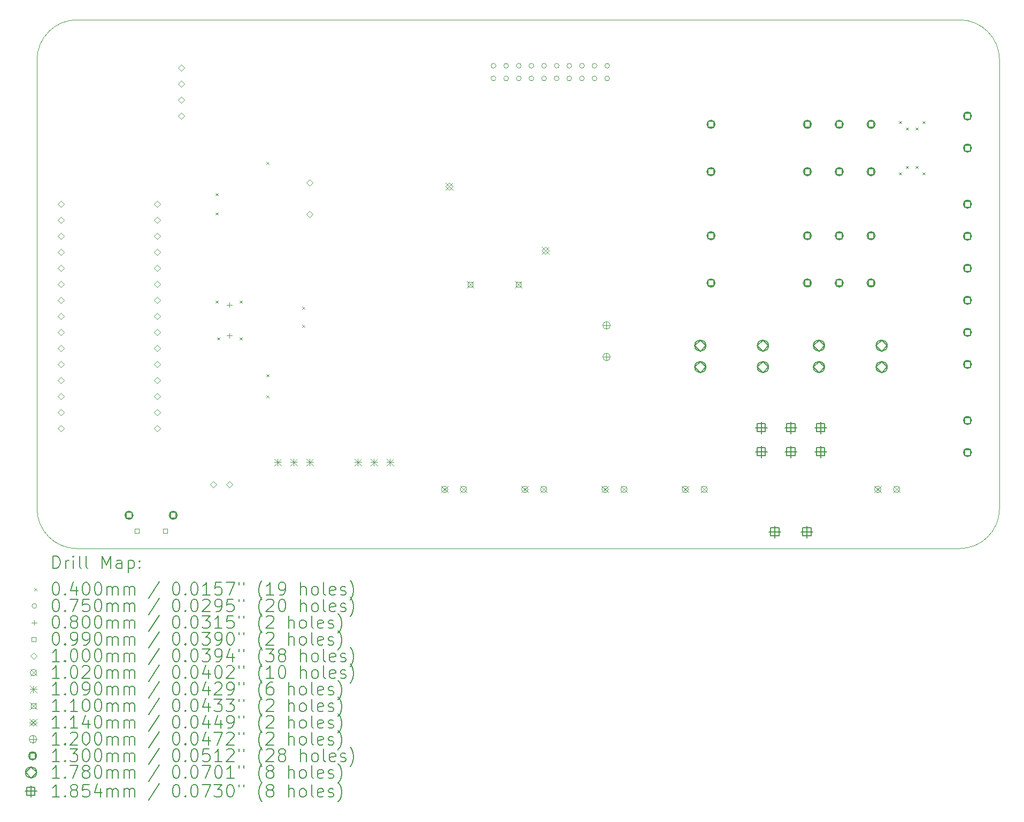
<source format=gbr>
%TF.GenerationSoftware,KiCad,Pcbnew,(6.0.8-1)-1*%
%TF.CreationDate,2022-12-30T12:26:32-08:00*%
%TF.ProjectId,Urban Battery - BMS_complement,55726261-6e20-4426-9174-74657279202d,rev?*%
%TF.SameCoordinates,Original*%
%TF.FileFunction,Drillmap*%
%TF.FilePolarity,Positive*%
%FSLAX45Y45*%
G04 Gerber Fmt 4.5, Leading zero omitted, Abs format (unit mm)*
G04 Created by KiCad (PCBNEW (6.0.8-1)-1) date 2022-12-30 12:26:32*
%MOMM*%
%LPD*%
G01*
G04 APERTURE LIST*
%ADD10C,0.100000*%
%ADD11C,0.200000*%
%ADD12C,0.040000*%
%ADD13C,0.075000*%
%ADD14C,0.080000*%
%ADD15C,0.099000*%
%ADD16C,0.102000*%
%ADD17C,0.109000*%
%ADD18C,0.110000*%
%ADD19C,0.114000*%
%ADD20C,0.120000*%
%ADD21C,0.130000*%
%ADD22C,0.178000*%
%ADD23C,0.185420*%
G04 APERTURE END LIST*
D10*
X7620000Y-5715000D02*
X7620000Y-12827000D01*
X8255000Y-5080000D02*
G75*
G03*
X7620000Y-5715000I0J-635000D01*
G01*
X22225000Y-13462000D02*
G75*
G03*
X22860000Y-12827000I0J635000D01*
G01*
X22225000Y-5080000D02*
X8255000Y-5080000D01*
X22860000Y-5715000D02*
G75*
G03*
X22225000Y-5080000I-635000J0D01*
G01*
X8255000Y-13462000D02*
X22225000Y-13462000D01*
X7620000Y-12827000D02*
G75*
G03*
X8255000Y-13462000I635000J0D01*
G01*
X22860000Y-12827000D02*
X22860000Y-5715000D01*
D11*
D12*
X10444800Y-7828600D02*
X10484800Y-7868600D01*
X10484800Y-7828600D02*
X10444800Y-7868600D01*
X10444800Y-8133400D02*
X10484800Y-8173400D01*
X10484800Y-8133400D02*
X10444800Y-8173400D01*
X10444800Y-9530400D02*
X10484800Y-9570400D01*
X10484800Y-9530400D02*
X10444800Y-9570400D01*
X10470200Y-10114600D02*
X10510200Y-10154600D01*
X10510200Y-10114600D02*
X10470200Y-10154600D01*
X10825800Y-9530400D02*
X10865800Y-9570400D01*
X10865800Y-9530400D02*
X10825800Y-9570400D01*
X10825800Y-10114600D02*
X10865800Y-10154600D01*
X10865800Y-10114600D02*
X10825800Y-10154600D01*
X11252520Y-7330760D02*
X11292520Y-7370760D01*
X11292520Y-7330760D02*
X11252520Y-7370760D01*
X11252520Y-10698800D02*
X11292520Y-10738800D01*
X11292520Y-10698800D02*
X11252520Y-10738800D01*
X11252520Y-11034080D02*
X11292520Y-11074080D01*
X11292520Y-11034080D02*
X11252520Y-11074080D01*
X11816400Y-9626920D02*
X11856400Y-9666920D01*
X11856400Y-9626920D02*
X11816400Y-9666920D01*
X11816400Y-9916480D02*
X11856400Y-9956480D01*
X11856400Y-9916480D02*
X11816400Y-9956480D01*
X21265200Y-6685600D02*
X21305200Y-6725600D01*
X21305200Y-6685600D02*
X21265200Y-6725600D01*
X21265200Y-7498400D02*
X21305200Y-7538400D01*
X21305200Y-7498400D02*
X21265200Y-7538400D01*
X21376960Y-6787200D02*
X21416960Y-6827200D01*
X21416960Y-6787200D02*
X21376960Y-6827200D01*
X21376960Y-7396800D02*
X21416960Y-7436800D01*
X21416960Y-7396800D02*
X21376960Y-7436800D01*
X21529360Y-6787200D02*
X21569360Y-6827200D01*
X21569360Y-6787200D02*
X21529360Y-6827200D01*
X21529360Y-7396800D02*
X21569360Y-7436800D01*
X21569360Y-7396800D02*
X21529360Y-7436800D01*
X21641120Y-6685600D02*
X21681120Y-6725600D01*
X21681120Y-6685600D02*
X21641120Y-6725600D01*
X21641120Y-7498400D02*
X21681120Y-7538400D01*
X21681120Y-7498400D02*
X21641120Y-7538400D01*
D13*
X14885500Y-5808000D02*
G75*
G03*
X14885500Y-5808000I-37500J0D01*
G01*
X14885500Y-6008000D02*
G75*
G03*
X14885500Y-6008000I-37500J0D01*
G01*
X15085500Y-5808000D02*
G75*
G03*
X15085500Y-5808000I-37500J0D01*
G01*
X15085500Y-6008000D02*
G75*
G03*
X15085500Y-6008000I-37500J0D01*
G01*
X15285500Y-5808000D02*
G75*
G03*
X15285500Y-5808000I-37500J0D01*
G01*
X15285500Y-6008000D02*
G75*
G03*
X15285500Y-6008000I-37500J0D01*
G01*
X15485500Y-5808000D02*
G75*
G03*
X15485500Y-5808000I-37500J0D01*
G01*
X15485500Y-6008000D02*
G75*
G03*
X15485500Y-6008000I-37500J0D01*
G01*
X15685500Y-5808000D02*
G75*
G03*
X15685500Y-5808000I-37500J0D01*
G01*
X15685500Y-6008000D02*
G75*
G03*
X15685500Y-6008000I-37500J0D01*
G01*
X15885500Y-5808000D02*
G75*
G03*
X15885500Y-5808000I-37500J0D01*
G01*
X15885500Y-6008000D02*
G75*
G03*
X15885500Y-6008000I-37500J0D01*
G01*
X16085500Y-5808000D02*
G75*
G03*
X16085500Y-5808000I-37500J0D01*
G01*
X16085500Y-6008000D02*
G75*
G03*
X16085500Y-6008000I-37500J0D01*
G01*
X16285500Y-5808000D02*
G75*
G03*
X16285500Y-5808000I-37500J0D01*
G01*
X16285500Y-6008000D02*
G75*
G03*
X16285500Y-6008000I-37500J0D01*
G01*
X16485500Y-5808000D02*
G75*
G03*
X16485500Y-5808000I-37500J0D01*
G01*
X16485500Y-6008000D02*
G75*
G03*
X16485500Y-6008000I-37500J0D01*
G01*
X16685500Y-5808000D02*
G75*
G03*
X16685500Y-5808000I-37500J0D01*
G01*
X16685500Y-6008000D02*
G75*
G03*
X16685500Y-6008000I-37500J0D01*
G01*
D14*
X10668000Y-9557500D02*
X10668000Y-9637500D01*
X10628000Y-9597500D02*
X10708000Y-9597500D01*
X10668000Y-10045500D02*
X10668000Y-10125500D01*
X10628000Y-10085500D02*
X10708000Y-10085500D01*
D15*
X9237002Y-13217852D02*
X9237002Y-13147848D01*
X9166998Y-13147848D01*
X9166998Y-13217852D01*
X9237002Y-13217852D01*
X9687002Y-13217852D02*
X9687002Y-13147848D01*
X9616998Y-13147848D01*
X9616998Y-13217852D01*
X9687002Y-13217852D01*
D10*
X8000000Y-8051000D02*
X8050000Y-8001000D01*
X8000000Y-7951000D01*
X7950000Y-8001000D01*
X8000000Y-8051000D01*
X8000000Y-8305000D02*
X8050000Y-8255000D01*
X8000000Y-8205000D01*
X7950000Y-8255000D01*
X8000000Y-8305000D01*
X8000000Y-8559000D02*
X8050000Y-8509000D01*
X8000000Y-8459000D01*
X7950000Y-8509000D01*
X8000000Y-8559000D01*
X8000000Y-8813000D02*
X8050000Y-8763000D01*
X8000000Y-8713000D01*
X7950000Y-8763000D01*
X8000000Y-8813000D01*
X8000000Y-9067000D02*
X8050000Y-9017000D01*
X8000000Y-8967000D01*
X7950000Y-9017000D01*
X8000000Y-9067000D01*
X8000000Y-9321000D02*
X8050000Y-9271000D01*
X8000000Y-9221000D01*
X7950000Y-9271000D01*
X8000000Y-9321000D01*
X8000000Y-9575000D02*
X8050000Y-9525000D01*
X8000000Y-9475000D01*
X7950000Y-9525000D01*
X8000000Y-9575000D01*
X8000000Y-9829000D02*
X8050000Y-9779000D01*
X8000000Y-9729000D01*
X7950000Y-9779000D01*
X8000000Y-9829000D01*
X8000000Y-10083000D02*
X8050000Y-10033000D01*
X8000000Y-9983000D01*
X7950000Y-10033000D01*
X8000000Y-10083000D01*
X8000000Y-10337000D02*
X8050000Y-10287000D01*
X8000000Y-10237000D01*
X7950000Y-10287000D01*
X8000000Y-10337000D01*
X8000000Y-10591000D02*
X8050000Y-10541000D01*
X8000000Y-10491000D01*
X7950000Y-10541000D01*
X8000000Y-10591000D01*
X8000000Y-10845000D02*
X8050000Y-10795000D01*
X8000000Y-10745000D01*
X7950000Y-10795000D01*
X8000000Y-10845000D01*
X8000000Y-11099000D02*
X8050000Y-11049000D01*
X8000000Y-10999000D01*
X7950000Y-11049000D01*
X8000000Y-11099000D01*
X8000000Y-11353000D02*
X8050000Y-11303000D01*
X8000000Y-11253000D01*
X7950000Y-11303000D01*
X8000000Y-11353000D01*
X8000000Y-11607000D02*
X8050000Y-11557000D01*
X8000000Y-11507000D01*
X7950000Y-11557000D01*
X8000000Y-11607000D01*
X9524000Y-8051000D02*
X9574000Y-8001000D01*
X9524000Y-7951000D01*
X9474000Y-8001000D01*
X9524000Y-8051000D01*
X9524000Y-8305000D02*
X9574000Y-8255000D01*
X9524000Y-8205000D01*
X9474000Y-8255000D01*
X9524000Y-8305000D01*
X9524000Y-8559000D02*
X9574000Y-8509000D01*
X9524000Y-8459000D01*
X9474000Y-8509000D01*
X9524000Y-8559000D01*
X9524000Y-8813000D02*
X9574000Y-8763000D01*
X9524000Y-8713000D01*
X9474000Y-8763000D01*
X9524000Y-8813000D01*
X9524000Y-9067000D02*
X9574000Y-9017000D01*
X9524000Y-8967000D01*
X9474000Y-9017000D01*
X9524000Y-9067000D01*
X9524000Y-9321000D02*
X9574000Y-9271000D01*
X9524000Y-9221000D01*
X9474000Y-9271000D01*
X9524000Y-9321000D01*
X9524000Y-9575000D02*
X9574000Y-9525000D01*
X9524000Y-9475000D01*
X9474000Y-9525000D01*
X9524000Y-9575000D01*
X9524000Y-9829000D02*
X9574000Y-9779000D01*
X9524000Y-9729000D01*
X9474000Y-9779000D01*
X9524000Y-9829000D01*
X9524000Y-10083000D02*
X9574000Y-10033000D01*
X9524000Y-9983000D01*
X9474000Y-10033000D01*
X9524000Y-10083000D01*
X9524000Y-10337000D02*
X9574000Y-10287000D01*
X9524000Y-10237000D01*
X9474000Y-10287000D01*
X9524000Y-10337000D01*
X9524000Y-10591000D02*
X9574000Y-10541000D01*
X9524000Y-10491000D01*
X9474000Y-10541000D01*
X9524000Y-10591000D01*
X9524000Y-10845000D02*
X9574000Y-10795000D01*
X9524000Y-10745000D01*
X9474000Y-10795000D01*
X9524000Y-10845000D01*
X9524000Y-11099000D02*
X9574000Y-11049000D01*
X9524000Y-10999000D01*
X9474000Y-11049000D01*
X9524000Y-11099000D01*
X9524000Y-11353000D02*
X9574000Y-11303000D01*
X9524000Y-11253000D01*
X9474000Y-11303000D01*
X9524000Y-11353000D01*
X9524000Y-11607000D02*
X9574000Y-11557000D01*
X9524000Y-11507000D01*
X9474000Y-11557000D01*
X9524000Y-11607000D01*
X9906000Y-5892000D02*
X9956000Y-5842000D01*
X9906000Y-5792000D01*
X9856000Y-5842000D01*
X9906000Y-5892000D01*
X9906000Y-6146000D02*
X9956000Y-6096000D01*
X9906000Y-6046000D01*
X9856000Y-6096000D01*
X9906000Y-6146000D01*
X9906000Y-6400000D02*
X9956000Y-6350000D01*
X9906000Y-6300000D01*
X9856000Y-6350000D01*
X9906000Y-6400000D01*
X9906000Y-6654000D02*
X9956000Y-6604000D01*
X9906000Y-6554000D01*
X9856000Y-6604000D01*
X9906000Y-6654000D01*
X10414000Y-12496000D02*
X10464000Y-12446000D01*
X10414000Y-12396000D01*
X10364000Y-12446000D01*
X10414000Y-12496000D01*
X10668000Y-12496000D02*
X10718000Y-12446000D01*
X10668000Y-12396000D01*
X10618000Y-12446000D01*
X10668000Y-12496000D01*
X11938000Y-7711568D02*
X11988000Y-7661568D01*
X11938000Y-7611568D01*
X11888000Y-7661568D01*
X11938000Y-7711568D01*
X11938000Y-8211568D02*
X11988000Y-8161568D01*
X11938000Y-8111568D01*
X11888000Y-8161568D01*
X11938000Y-8211568D01*
D16*
X14023000Y-12471000D02*
X14125000Y-12573000D01*
X14125000Y-12471000D02*
X14023000Y-12573000D01*
X14125000Y-12522000D02*
G75*
G03*
X14125000Y-12522000I-51000J0D01*
G01*
X14323000Y-12471000D02*
X14425000Y-12573000D01*
X14425000Y-12471000D02*
X14323000Y-12573000D01*
X14425000Y-12522000D02*
G75*
G03*
X14425000Y-12522000I-51000J0D01*
G01*
X15293000Y-12471000D02*
X15395000Y-12573000D01*
X15395000Y-12471000D02*
X15293000Y-12573000D01*
X15395000Y-12522000D02*
G75*
G03*
X15395000Y-12522000I-51000J0D01*
G01*
X15593000Y-12471000D02*
X15695000Y-12573000D01*
X15695000Y-12471000D02*
X15593000Y-12573000D01*
X15695000Y-12522000D02*
G75*
G03*
X15695000Y-12522000I-51000J0D01*
G01*
X16563000Y-12471000D02*
X16665000Y-12573000D01*
X16665000Y-12471000D02*
X16563000Y-12573000D01*
X16665000Y-12522000D02*
G75*
G03*
X16665000Y-12522000I-51000J0D01*
G01*
X16863000Y-12471000D02*
X16965000Y-12573000D01*
X16965000Y-12471000D02*
X16863000Y-12573000D01*
X16965000Y-12522000D02*
G75*
G03*
X16965000Y-12522000I-51000J0D01*
G01*
X17833000Y-12471000D02*
X17935000Y-12573000D01*
X17935000Y-12471000D02*
X17833000Y-12573000D01*
X17935000Y-12522000D02*
G75*
G03*
X17935000Y-12522000I-51000J0D01*
G01*
X18133000Y-12471000D02*
X18235000Y-12573000D01*
X18235000Y-12471000D02*
X18133000Y-12573000D01*
X18235000Y-12522000D02*
G75*
G03*
X18235000Y-12522000I-51000J0D01*
G01*
X20881000Y-12471000D02*
X20983000Y-12573000D01*
X20983000Y-12471000D02*
X20881000Y-12573000D01*
X20983000Y-12522000D02*
G75*
G03*
X20983000Y-12522000I-51000J0D01*
G01*
X21181000Y-12471000D02*
X21283000Y-12573000D01*
X21283000Y-12471000D02*
X21181000Y-12573000D01*
X21283000Y-12522000D02*
G75*
G03*
X21283000Y-12522000I-51000J0D01*
G01*
D17*
X11375500Y-12036000D02*
X11484500Y-12145000D01*
X11484500Y-12036000D02*
X11375500Y-12145000D01*
X11430000Y-12036000D02*
X11430000Y-12145000D01*
X11375500Y-12090500D02*
X11484500Y-12090500D01*
X11629500Y-12036000D02*
X11738500Y-12145000D01*
X11738500Y-12036000D02*
X11629500Y-12145000D01*
X11684000Y-12036000D02*
X11684000Y-12145000D01*
X11629500Y-12090500D02*
X11738500Y-12090500D01*
X11883500Y-12036000D02*
X11992500Y-12145000D01*
X11992500Y-12036000D02*
X11883500Y-12145000D01*
X11938000Y-12036000D02*
X11938000Y-12145000D01*
X11883500Y-12090500D02*
X11992500Y-12090500D01*
X12645500Y-12036000D02*
X12754500Y-12145000D01*
X12754500Y-12036000D02*
X12645500Y-12145000D01*
X12700000Y-12036000D02*
X12700000Y-12145000D01*
X12645500Y-12090500D02*
X12754500Y-12090500D01*
X12899500Y-12036000D02*
X13008500Y-12145000D01*
X13008500Y-12036000D02*
X12899500Y-12145000D01*
X12954000Y-12036000D02*
X12954000Y-12145000D01*
X12899500Y-12090500D02*
X13008500Y-12090500D01*
X13153500Y-12036000D02*
X13262500Y-12145000D01*
X13262500Y-12036000D02*
X13153500Y-12145000D01*
X13208000Y-12036000D02*
X13208000Y-12145000D01*
X13153500Y-12090500D02*
X13262500Y-12090500D01*
D18*
X14423000Y-9216000D02*
X14533000Y-9326000D01*
X14533000Y-9216000D02*
X14423000Y-9326000D01*
X14516891Y-9309891D02*
X14516891Y-9232109D01*
X14439109Y-9232109D01*
X14439109Y-9309891D01*
X14516891Y-9309891D01*
X15185000Y-9216000D02*
X15295000Y-9326000D01*
X15295000Y-9216000D02*
X15185000Y-9326000D01*
X15278891Y-9309891D02*
X15278891Y-9232109D01*
X15201109Y-9232109D01*
X15201109Y-9309891D01*
X15278891Y-9309891D01*
D19*
X14090800Y-7664600D02*
X14204800Y-7778600D01*
X14204800Y-7664600D02*
X14090800Y-7778600D01*
X14147800Y-7778600D02*
X14204800Y-7721600D01*
X14147800Y-7664600D01*
X14090800Y-7721600D01*
X14147800Y-7778600D01*
X15614800Y-8680600D02*
X15728800Y-8794600D01*
X15728800Y-8680600D02*
X15614800Y-8794600D01*
X15671800Y-8794600D02*
X15728800Y-8737600D01*
X15671800Y-8680600D01*
X15614800Y-8737600D01*
X15671800Y-8794600D01*
D20*
X16637000Y-9863232D02*
X16637000Y-9983232D01*
X16577000Y-9923232D02*
X16697000Y-9923232D01*
X16697000Y-9923232D02*
G75*
G03*
X16697000Y-9923232I-60000J0D01*
G01*
X16637000Y-10363232D02*
X16637000Y-10483232D01*
X16577000Y-10423232D02*
X16697000Y-10423232D01*
X16697000Y-10423232D02*
G75*
G03*
X16697000Y-10423232I-60000J0D01*
G01*
D21*
X9121962Y-12979812D02*
X9121962Y-12887888D01*
X9030038Y-12887888D01*
X9030038Y-12979812D01*
X9121962Y-12979812D01*
X9141000Y-12933850D02*
G75*
G03*
X9141000Y-12933850I-65000J0D01*
G01*
X9822962Y-12979812D02*
X9822962Y-12887888D01*
X9731038Y-12887888D01*
X9731038Y-12979812D01*
X9822962Y-12979812D01*
X9842000Y-12933850D02*
G75*
G03*
X9842000Y-12933850I-65000J0D01*
G01*
X18338162Y-6782962D02*
X18338162Y-6691038D01*
X18246238Y-6691038D01*
X18246238Y-6782962D01*
X18338162Y-6782962D01*
X18357200Y-6737000D02*
G75*
G03*
X18357200Y-6737000I-65000J0D01*
G01*
X18338162Y-7532962D02*
X18338162Y-7441038D01*
X18246238Y-7441038D01*
X18246238Y-7532962D01*
X18338162Y-7532962D01*
X18357200Y-7487000D02*
G75*
G03*
X18357200Y-7487000I-65000J0D01*
G01*
X18338162Y-8548262D02*
X18338162Y-8456338D01*
X18246238Y-8456338D01*
X18246238Y-8548262D01*
X18338162Y-8548262D01*
X18357200Y-8502300D02*
G75*
G03*
X18357200Y-8502300I-65000J0D01*
G01*
X18338162Y-9298262D02*
X18338162Y-9206338D01*
X18246238Y-9206338D01*
X18246238Y-9298262D01*
X18338162Y-9298262D01*
X18357200Y-9252300D02*
G75*
G03*
X18357200Y-9252300I-65000J0D01*
G01*
X19864162Y-6782962D02*
X19864162Y-6691038D01*
X19772238Y-6691038D01*
X19772238Y-6782962D01*
X19864162Y-6782962D01*
X19883200Y-6737000D02*
G75*
G03*
X19883200Y-6737000I-65000J0D01*
G01*
X19864162Y-7532962D02*
X19864162Y-7441038D01*
X19772238Y-7441038D01*
X19772238Y-7532962D01*
X19864162Y-7532962D01*
X19883200Y-7487000D02*
G75*
G03*
X19883200Y-7487000I-65000J0D01*
G01*
X19864162Y-8548262D02*
X19864162Y-8456338D01*
X19772238Y-8456338D01*
X19772238Y-8548262D01*
X19864162Y-8548262D01*
X19883200Y-8502300D02*
G75*
G03*
X19883200Y-8502300I-65000J0D01*
G01*
X19864162Y-9298262D02*
X19864162Y-9206338D01*
X19772238Y-9206338D01*
X19772238Y-9298262D01*
X19864162Y-9298262D01*
X19883200Y-9252300D02*
G75*
G03*
X19883200Y-9252300I-65000J0D01*
G01*
X20368162Y-6782962D02*
X20368162Y-6691038D01*
X20276238Y-6691038D01*
X20276238Y-6782962D01*
X20368162Y-6782962D01*
X20387200Y-6737000D02*
G75*
G03*
X20387200Y-6737000I-65000J0D01*
G01*
X20368162Y-7532962D02*
X20368162Y-7441038D01*
X20276238Y-7441038D01*
X20276238Y-7532962D01*
X20368162Y-7532962D01*
X20387200Y-7487000D02*
G75*
G03*
X20387200Y-7487000I-65000J0D01*
G01*
X20368162Y-8548262D02*
X20368162Y-8456338D01*
X20276238Y-8456338D01*
X20276238Y-8548262D01*
X20368162Y-8548262D01*
X20387200Y-8502300D02*
G75*
G03*
X20387200Y-8502300I-65000J0D01*
G01*
X20368162Y-9298262D02*
X20368162Y-9206338D01*
X20276238Y-9206338D01*
X20276238Y-9298262D01*
X20368162Y-9298262D01*
X20387200Y-9252300D02*
G75*
G03*
X20387200Y-9252300I-65000J0D01*
G01*
X20872162Y-6782962D02*
X20872162Y-6691038D01*
X20780238Y-6691038D01*
X20780238Y-6782962D01*
X20872162Y-6782962D01*
X20891200Y-6737000D02*
G75*
G03*
X20891200Y-6737000I-65000J0D01*
G01*
X20872162Y-7532962D02*
X20872162Y-7441038D01*
X20780238Y-7441038D01*
X20780238Y-7532962D01*
X20872162Y-7532962D01*
X20891200Y-7487000D02*
G75*
G03*
X20891200Y-7487000I-65000J0D01*
G01*
X20872162Y-8548262D02*
X20872162Y-8456338D01*
X20780238Y-8456338D01*
X20780238Y-8548262D01*
X20872162Y-8548262D01*
X20891200Y-8502300D02*
G75*
G03*
X20891200Y-8502300I-65000J0D01*
G01*
X20872162Y-9298262D02*
X20872162Y-9206338D01*
X20780238Y-9206338D01*
X20780238Y-9298262D01*
X20872162Y-9298262D01*
X20891200Y-9252300D02*
G75*
G03*
X20891200Y-9252300I-65000J0D01*
G01*
X22397962Y-6649962D02*
X22397962Y-6558038D01*
X22306038Y-6558038D01*
X22306038Y-6649962D01*
X22397962Y-6649962D01*
X22417000Y-6604000D02*
G75*
G03*
X22417000Y-6604000I-65000J0D01*
G01*
X22397962Y-7157962D02*
X22397962Y-7066038D01*
X22306038Y-7066038D01*
X22306038Y-7157962D01*
X22397962Y-7157962D01*
X22417000Y-7112000D02*
G75*
G03*
X22417000Y-7112000I-65000J0D01*
G01*
X22397962Y-8047462D02*
X22397962Y-7955538D01*
X22306038Y-7955538D01*
X22306038Y-8047462D01*
X22397962Y-8047462D01*
X22417000Y-8001500D02*
G75*
G03*
X22417000Y-8001500I-65000J0D01*
G01*
X22397962Y-8555462D02*
X22397962Y-8463538D01*
X22306038Y-8463538D01*
X22306038Y-8555462D01*
X22397962Y-8555462D01*
X22417000Y-8509500D02*
G75*
G03*
X22417000Y-8509500I-65000J0D01*
G01*
X22397962Y-9062962D02*
X22397962Y-8971038D01*
X22306038Y-8971038D01*
X22306038Y-9062962D01*
X22397962Y-9062962D01*
X22417000Y-9017000D02*
G75*
G03*
X22417000Y-9017000I-65000J0D01*
G01*
X22397962Y-9570962D02*
X22397962Y-9479038D01*
X22306038Y-9479038D01*
X22306038Y-9570962D01*
X22397962Y-9570962D01*
X22417000Y-9525000D02*
G75*
G03*
X22417000Y-9525000I-65000J0D01*
G01*
X22397962Y-10078962D02*
X22397962Y-9987038D01*
X22306038Y-9987038D01*
X22306038Y-10078962D01*
X22397962Y-10078962D01*
X22417000Y-10033000D02*
G75*
G03*
X22417000Y-10033000I-65000J0D01*
G01*
X22397962Y-10586962D02*
X22397962Y-10495038D01*
X22306038Y-10495038D01*
X22306038Y-10586962D01*
X22397962Y-10586962D01*
X22417000Y-10541000D02*
G75*
G03*
X22417000Y-10541000I-65000J0D01*
G01*
X22397962Y-11475962D02*
X22397962Y-11384038D01*
X22306038Y-11384038D01*
X22306038Y-11475962D01*
X22397962Y-11475962D01*
X22417000Y-11430000D02*
G75*
G03*
X22417000Y-11430000I-65000J0D01*
G01*
X22397962Y-11983962D02*
X22397962Y-11892038D01*
X22306038Y-11892038D01*
X22306038Y-11983962D01*
X22397962Y-11983962D01*
X22417000Y-11938000D02*
G75*
G03*
X22417000Y-11938000I-65000J0D01*
G01*
D22*
X18122200Y-10333000D02*
X18211200Y-10244000D01*
X18122200Y-10155000D01*
X18033200Y-10244000D01*
X18122200Y-10333000D01*
X18211200Y-10244000D02*
G75*
G03*
X18211200Y-10244000I-89000J0D01*
G01*
X18122200Y-10673000D02*
X18211200Y-10584000D01*
X18122200Y-10495000D01*
X18033200Y-10584000D01*
X18122200Y-10673000D01*
X18211200Y-10584000D02*
G75*
G03*
X18211200Y-10584000I-89000J0D01*
G01*
X19114200Y-10333000D02*
X19203200Y-10244000D01*
X19114200Y-10155000D01*
X19025200Y-10244000D01*
X19114200Y-10333000D01*
X19203200Y-10244000D02*
G75*
G03*
X19203200Y-10244000I-89000J0D01*
G01*
X19114200Y-10673000D02*
X19203200Y-10584000D01*
X19114200Y-10495000D01*
X19025200Y-10584000D01*
X19114200Y-10673000D01*
X19203200Y-10584000D02*
G75*
G03*
X19203200Y-10584000I-89000J0D01*
G01*
X20001800Y-10333000D02*
X20090800Y-10244000D01*
X20001800Y-10155000D01*
X19912800Y-10244000D01*
X20001800Y-10333000D01*
X20090800Y-10244000D02*
G75*
G03*
X20090800Y-10244000I-89000J0D01*
G01*
X20001800Y-10673000D02*
X20090800Y-10584000D01*
X20001800Y-10495000D01*
X19912800Y-10584000D01*
X20001800Y-10673000D01*
X20090800Y-10584000D02*
G75*
G03*
X20090800Y-10584000I-89000J0D01*
G01*
X20993800Y-10333000D02*
X21082800Y-10244000D01*
X20993800Y-10155000D01*
X20904800Y-10244000D01*
X20993800Y-10333000D01*
X21082800Y-10244000D02*
G75*
G03*
X21082800Y-10244000I-89000J0D01*
G01*
X20993800Y-10673000D02*
X21082800Y-10584000D01*
X20993800Y-10495000D01*
X20904800Y-10584000D01*
X20993800Y-10673000D01*
X21082800Y-10584000D02*
G75*
G03*
X21082800Y-10584000I-89000J0D01*
G01*
D23*
X19088100Y-11451590D02*
X19088100Y-11637010D01*
X18995390Y-11544300D02*
X19180810Y-11544300D01*
X19153657Y-11609856D02*
X19153657Y-11478743D01*
X19022544Y-11478743D01*
X19022544Y-11609856D01*
X19153657Y-11609856D01*
X19088100Y-11832590D02*
X19088100Y-12018010D01*
X18995390Y-11925300D02*
X19180810Y-11925300D01*
X19153657Y-11990856D02*
X19153657Y-11859743D01*
X19022544Y-11859743D01*
X19022544Y-11990856D01*
X19153657Y-11990856D01*
X19304000Y-13102590D02*
X19304000Y-13288010D01*
X19211290Y-13195300D02*
X19396710Y-13195300D01*
X19369557Y-13260856D02*
X19369557Y-13129743D01*
X19238444Y-13129743D01*
X19238444Y-13260856D01*
X19369557Y-13260856D01*
X19558000Y-11451590D02*
X19558000Y-11637010D01*
X19465290Y-11544300D02*
X19650710Y-11544300D01*
X19623557Y-11609856D02*
X19623557Y-11478743D01*
X19492444Y-11478743D01*
X19492444Y-11609856D01*
X19623557Y-11609856D01*
X19558000Y-11832590D02*
X19558000Y-12018010D01*
X19465290Y-11925300D02*
X19650710Y-11925300D01*
X19623557Y-11990856D02*
X19623557Y-11859743D01*
X19492444Y-11859743D01*
X19492444Y-11990856D01*
X19623557Y-11990856D01*
X19812000Y-13102590D02*
X19812000Y-13288010D01*
X19719290Y-13195300D02*
X19904710Y-13195300D01*
X19877557Y-13260856D02*
X19877557Y-13129743D01*
X19746444Y-13129743D01*
X19746444Y-13260856D01*
X19877557Y-13260856D01*
X20027900Y-11451590D02*
X20027900Y-11637010D01*
X19935190Y-11544300D02*
X20120610Y-11544300D01*
X20093457Y-11609856D02*
X20093457Y-11478743D01*
X19962344Y-11478743D01*
X19962344Y-11609856D01*
X20093457Y-11609856D01*
X20027900Y-11832590D02*
X20027900Y-12018010D01*
X19935190Y-11925300D02*
X20120610Y-11925300D01*
X20093457Y-11990856D02*
X20093457Y-11859743D01*
X19962344Y-11859743D01*
X19962344Y-11990856D01*
X20093457Y-11990856D01*
D11*
X7872619Y-13777476D02*
X7872619Y-13577476D01*
X7920238Y-13577476D01*
X7948809Y-13587000D01*
X7967857Y-13606048D01*
X7977381Y-13625095D01*
X7986905Y-13663190D01*
X7986905Y-13691762D01*
X7977381Y-13729857D01*
X7967857Y-13748905D01*
X7948809Y-13767952D01*
X7920238Y-13777476D01*
X7872619Y-13777476D01*
X8072619Y-13777476D02*
X8072619Y-13644143D01*
X8072619Y-13682238D02*
X8082143Y-13663190D01*
X8091667Y-13653667D01*
X8110714Y-13644143D01*
X8129762Y-13644143D01*
X8196428Y-13777476D02*
X8196428Y-13644143D01*
X8196428Y-13577476D02*
X8186905Y-13587000D01*
X8196428Y-13596524D01*
X8205952Y-13587000D01*
X8196428Y-13577476D01*
X8196428Y-13596524D01*
X8320238Y-13777476D02*
X8301190Y-13767952D01*
X8291667Y-13748905D01*
X8291667Y-13577476D01*
X8425000Y-13777476D02*
X8405952Y-13767952D01*
X8396429Y-13748905D01*
X8396429Y-13577476D01*
X8653571Y-13777476D02*
X8653571Y-13577476D01*
X8720238Y-13720333D01*
X8786905Y-13577476D01*
X8786905Y-13777476D01*
X8967857Y-13777476D02*
X8967857Y-13672714D01*
X8958333Y-13653667D01*
X8939286Y-13644143D01*
X8901190Y-13644143D01*
X8882143Y-13653667D01*
X8967857Y-13767952D02*
X8948810Y-13777476D01*
X8901190Y-13777476D01*
X8882143Y-13767952D01*
X8872619Y-13748905D01*
X8872619Y-13729857D01*
X8882143Y-13710809D01*
X8901190Y-13701286D01*
X8948810Y-13701286D01*
X8967857Y-13691762D01*
X9063095Y-13644143D02*
X9063095Y-13844143D01*
X9063095Y-13653667D02*
X9082143Y-13644143D01*
X9120238Y-13644143D01*
X9139286Y-13653667D01*
X9148810Y-13663190D01*
X9158333Y-13682238D01*
X9158333Y-13739381D01*
X9148810Y-13758428D01*
X9139286Y-13767952D01*
X9120238Y-13777476D01*
X9082143Y-13777476D01*
X9063095Y-13767952D01*
X9244048Y-13758428D02*
X9253571Y-13767952D01*
X9244048Y-13777476D01*
X9234524Y-13767952D01*
X9244048Y-13758428D01*
X9244048Y-13777476D01*
X9244048Y-13653667D02*
X9253571Y-13663190D01*
X9244048Y-13672714D01*
X9234524Y-13663190D01*
X9244048Y-13653667D01*
X9244048Y-13672714D01*
D12*
X7575000Y-14087000D02*
X7615000Y-14127000D01*
X7615000Y-14087000D02*
X7575000Y-14127000D01*
D11*
X7910714Y-13997476D02*
X7929762Y-13997476D01*
X7948809Y-14007000D01*
X7958333Y-14016524D01*
X7967857Y-14035571D01*
X7977381Y-14073667D01*
X7977381Y-14121286D01*
X7967857Y-14159381D01*
X7958333Y-14178428D01*
X7948809Y-14187952D01*
X7929762Y-14197476D01*
X7910714Y-14197476D01*
X7891667Y-14187952D01*
X7882143Y-14178428D01*
X7872619Y-14159381D01*
X7863095Y-14121286D01*
X7863095Y-14073667D01*
X7872619Y-14035571D01*
X7882143Y-14016524D01*
X7891667Y-14007000D01*
X7910714Y-13997476D01*
X8063095Y-14178428D02*
X8072619Y-14187952D01*
X8063095Y-14197476D01*
X8053571Y-14187952D01*
X8063095Y-14178428D01*
X8063095Y-14197476D01*
X8244048Y-14064143D02*
X8244048Y-14197476D01*
X8196428Y-13987952D02*
X8148809Y-14130809D01*
X8272619Y-14130809D01*
X8386905Y-13997476D02*
X8405952Y-13997476D01*
X8425000Y-14007000D01*
X8434524Y-14016524D01*
X8444048Y-14035571D01*
X8453571Y-14073667D01*
X8453571Y-14121286D01*
X8444048Y-14159381D01*
X8434524Y-14178428D01*
X8425000Y-14187952D01*
X8405952Y-14197476D01*
X8386905Y-14197476D01*
X8367857Y-14187952D01*
X8358333Y-14178428D01*
X8348809Y-14159381D01*
X8339286Y-14121286D01*
X8339286Y-14073667D01*
X8348809Y-14035571D01*
X8358333Y-14016524D01*
X8367857Y-14007000D01*
X8386905Y-13997476D01*
X8577381Y-13997476D02*
X8596429Y-13997476D01*
X8615476Y-14007000D01*
X8625000Y-14016524D01*
X8634524Y-14035571D01*
X8644048Y-14073667D01*
X8644048Y-14121286D01*
X8634524Y-14159381D01*
X8625000Y-14178428D01*
X8615476Y-14187952D01*
X8596429Y-14197476D01*
X8577381Y-14197476D01*
X8558333Y-14187952D01*
X8548810Y-14178428D01*
X8539286Y-14159381D01*
X8529762Y-14121286D01*
X8529762Y-14073667D01*
X8539286Y-14035571D01*
X8548810Y-14016524D01*
X8558333Y-14007000D01*
X8577381Y-13997476D01*
X8729762Y-14197476D02*
X8729762Y-14064143D01*
X8729762Y-14083190D02*
X8739286Y-14073667D01*
X8758333Y-14064143D01*
X8786905Y-14064143D01*
X8805952Y-14073667D01*
X8815476Y-14092714D01*
X8815476Y-14197476D01*
X8815476Y-14092714D02*
X8825000Y-14073667D01*
X8844048Y-14064143D01*
X8872619Y-14064143D01*
X8891667Y-14073667D01*
X8901190Y-14092714D01*
X8901190Y-14197476D01*
X8996429Y-14197476D02*
X8996429Y-14064143D01*
X8996429Y-14083190D02*
X9005952Y-14073667D01*
X9025000Y-14064143D01*
X9053571Y-14064143D01*
X9072619Y-14073667D01*
X9082143Y-14092714D01*
X9082143Y-14197476D01*
X9082143Y-14092714D02*
X9091667Y-14073667D01*
X9110714Y-14064143D01*
X9139286Y-14064143D01*
X9158333Y-14073667D01*
X9167857Y-14092714D01*
X9167857Y-14197476D01*
X9558333Y-13987952D02*
X9386905Y-14245095D01*
X9815476Y-13997476D02*
X9834524Y-13997476D01*
X9853571Y-14007000D01*
X9863095Y-14016524D01*
X9872619Y-14035571D01*
X9882143Y-14073667D01*
X9882143Y-14121286D01*
X9872619Y-14159381D01*
X9863095Y-14178428D01*
X9853571Y-14187952D01*
X9834524Y-14197476D01*
X9815476Y-14197476D01*
X9796429Y-14187952D01*
X9786905Y-14178428D01*
X9777381Y-14159381D01*
X9767857Y-14121286D01*
X9767857Y-14073667D01*
X9777381Y-14035571D01*
X9786905Y-14016524D01*
X9796429Y-14007000D01*
X9815476Y-13997476D01*
X9967857Y-14178428D02*
X9977381Y-14187952D01*
X9967857Y-14197476D01*
X9958333Y-14187952D01*
X9967857Y-14178428D01*
X9967857Y-14197476D01*
X10101190Y-13997476D02*
X10120238Y-13997476D01*
X10139286Y-14007000D01*
X10148810Y-14016524D01*
X10158333Y-14035571D01*
X10167857Y-14073667D01*
X10167857Y-14121286D01*
X10158333Y-14159381D01*
X10148810Y-14178428D01*
X10139286Y-14187952D01*
X10120238Y-14197476D01*
X10101190Y-14197476D01*
X10082143Y-14187952D01*
X10072619Y-14178428D01*
X10063095Y-14159381D01*
X10053571Y-14121286D01*
X10053571Y-14073667D01*
X10063095Y-14035571D01*
X10072619Y-14016524D01*
X10082143Y-14007000D01*
X10101190Y-13997476D01*
X10358333Y-14197476D02*
X10244048Y-14197476D01*
X10301190Y-14197476D02*
X10301190Y-13997476D01*
X10282143Y-14026048D01*
X10263095Y-14045095D01*
X10244048Y-14054619D01*
X10539286Y-13997476D02*
X10444048Y-13997476D01*
X10434524Y-14092714D01*
X10444048Y-14083190D01*
X10463095Y-14073667D01*
X10510714Y-14073667D01*
X10529762Y-14083190D01*
X10539286Y-14092714D01*
X10548810Y-14111762D01*
X10548810Y-14159381D01*
X10539286Y-14178428D01*
X10529762Y-14187952D01*
X10510714Y-14197476D01*
X10463095Y-14197476D01*
X10444048Y-14187952D01*
X10434524Y-14178428D01*
X10615476Y-13997476D02*
X10748810Y-13997476D01*
X10663095Y-14197476D01*
X10815476Y-13997476D02*
X10815476Y-14035571D01*
X10891667Y-13997476D02*
X10891667Y-14035571D01*
X11186905Y-14273667D02*
X11177381Y-14264143D01*
X11158333Y-14235571D01*
X11148810Y-14216524D01*
X11139286Y-14187952D01*
X11129762Y-14140333D01*
X11129762Y-14102238D01*
X11139286Y-14054619D01*
X11148810Y-14026048D01*
X11158333Y-14007000D01*
X11177381Y-13978428D01*
X11186905Y-13968905D01*
X11367857Y-14197476D02*
X11253571Y-14197476D01*
X11310714Y-14197476D02*
X11310714Y-13997476D01*
X11291667Y-14026048D01*
X11272619Y-14045095D01*
X11253571Y-14054619D01*
X11463095Y-14197476D02*
X11501190Y-14197476D01*
X11520238Y-14187952D01*
X11529762Y-14178428D01*
X11548809Y-14149857D01*
X11558333Y-14111762D01*
X11558333Y-14035571D01*
X11548809Y-14016524D01*
X11539286Y-14007000D01*
X11520238Y-13997476D01*
X11482143Y-13997476D01*
X11463095Y-14007000D01*
X11453571Y-14016524D01*
X11444048Y-14035571D01*
X11444048Y-14083190D01*
X11453571Y-14102238D01*
X11463095Y-14111762D01*
X11482143Y-14121286D01*
X11520238Y-14121286D01*
X11539286Y-14111762D01*
X11548809Y-14102238D01*
X11558333Y-14083190D01*
X11796428Y-14197476D02*
X11796428Y-13997476D01*
X11882143Y-14197476D02*
X11882143Y-14092714D01*
X11872619Y-14073667D01*
X11853571Y-14064143D01*
X11825000Y-14064143D01*
X11805952Y-14073667D01*
X11796428Y-14083190D01*
X12005952Y-14197476D02*
X11986905Y-14187952D01*
X11977381Y-14178428D01*
X11967857Y-14159381D01*
X11967857Y-14102238D01*
X11977381Y-14083190D01*
X11986905Y-14073667D01*
X12005952Y-14064143D01*
X12034524Y-14064143D01*
X12053571Y-14073667D01*
X12063095Y-14083190D01*
X12072619Y-14102238D01*
X12072619Y-14159381D01*
X12063095Y-14178428D01*
X12053571Y-14187952D01*
X12034524Y-14197476D01*
X12005952Y-14197476D01*
X12186905Y-14197476D02*
X12167857Y-14187952D01*
X12158333Y-14168905D01*
X12158333Y-13997476D01*
X12339286Y-14187952D02*
X12320238Y-14197476D01*
X12282143Y-14197476D01*
X12263095Y-14187952D01*
X12253571Y-14168905D01*
X12253571Y-14092714D01*
X12263095Y-14073667D01*
X12282143Y-14064143D01*
X12320238Y-14064143D01*
X12339286Y-14073667D01*
X12348809Y-14092714D01*
X12348809Y-14111762D01*
X12253571Y-14130809D01*
X12425000Y-14187952D02*
X12444048Y-14197476D01*
X12482143Y-14197476D01*
X12501190Y-14187952D01*
X12510714Y-14168905D01*
X12510714Y-14159381D01*
X12501190Y-14140333D01*
X12482143Y-14130809D01*
X12453571Y-14130809D01*
X12434524Y-14121286D01*
X12425000Y-14102238D01*
X12425000Y-14092714D01*
X12434524Y-14073667D01*
X12453571Y-14064143D01*
X12482143Y-14064143D01*
X12501190Y-14073667D01*
X12577381Y-14273667D02*
X12586905Y-14264143D01*
X12605952Y-14235571D01*
X12615476Y-14216524D01*
X12625000Y-14187952D01*
X12634524Y-14140333D01*
X12634524Y-14102238D01*
X12625000Y-14054619D01*
X12615476Y-14026048D01*
X12605952Y-14007000D01*
X12586905Y-13978428D01*
X12577381Y-13968905D01*
D13*
X7615000Y-14371000D02*
G75*
G03*
X7615000Y-14371000I-37500J0D01*
G01*
D11*
X7910714Y-14261476D02*
X7929762Y-14261476D01*
X7948809Y-14271000D01*
X7958333Y-14280524D01*
X7967857Y-14299571D01*
X7977381Y-14337667D01*
X7977381Y-14385286D01*
X7967857Y-14423381D01*
X7958333Y-14442428D01*
X7948809Y-14451952D01*
X7929762Y-14461476D01*
X7910714Y-14461476D01*
X7891667Y-14451952D01*
X7882143Y-14442428D01*
X7872619Y-14423381D01*
X7863095Y-14385286D01*
X7863095Y-14337667D01*
X7872619Y-14299571D01*
X7882143Y-14280524D01*
X7891667Y-14271000D01*
X7910714Y-14261476D01*
X8063095Y-14442428D02*
X8072619Y-14451952D01*
X8063095Y-14461476D01*
X8053571Y-14451952D01*
X8063095Y-14442428D01*
X8063095Y-14461476D01*
X8139286Y-14261476D02*
X8272619Y-14261476D01*
X8186905Y-14461476D01*
X8444048Y-14261476D02*
X8348809Y-14261476D01*
X8339286Y-14356714D01*
X8348809Y-14347190D01*
X8367857Y-14337667D01*
X8415476Y-14337667D01*
X8434524Y-14347190D01*
X8444048Y-14356714D01*
X8453571Y-14375762D01*
X8453571Y-14423381D01*
X8444048Y-14442428D01*
X8434524Y-14451952D01*
X8415476Y-14461476D01*
X8367857Y-14461476D01*
X8348809Y-14451952D01*
X8339286Y-14442428D01*
X8577381Y-14261476D02*
X8596429Y-14261476D01*
X8615476Y-14271000D01*
X8625000Y-14280524D01*
X8634524Y-14299571D01*
X8644048Y-14337667D01*
X8644048Y-14385286D01*
X8634524Y-14423381D01*
X8625000Y-14442428D01*
X8615476Y-14451952D01*
X8596429Y-14461476D01*
X8577381Y-14461476D01*
X8558333Y-14451952D01*
X8548810Y-14442428D01*
X8539286Y-14423381D01*
X8529762Y-14385286D01*
X8529762Y-14337667D01*
X8539286Y-14299571D01*
X8548810Y-14280524D01*
X8558333Y-14271000D01*
X8577381Y-14261476D01*
X8729762Y-14461476D02*
X8729762Y-14328143D01*
X8729762Y-14347190D02*
X8739286Y-14337667D01*
X8758333Y-14328143D01*
X8786905Y-14328143D01*
X8805952Y-14337667D01*
X8815476Y-14356714D01*
X8815476Y-14461476D01*
X8815476Y-14356714D02*
X8825000Y-14337667D01*
X8844048Y-14328143D01*
X8872619Y-14328143D01*
X8891667Y-14337667D01*
X8901190Y-14356714D01*
X8901190Y-14461476D01*
X8996429Y-14461476D02*
X8996429Y-14328143D01*
X8996429Y-14347190D02*
X9005952Y-14337667D01*
X9025000Y-14328143D01*
X9053571Y-14328143D01*
X9072619Y-14337667D01*
X9082143Y-14356714D01*
X9082143Y-14461476D01*
X9082143Y-14356714D02*
X9091667Y-14337667D01*
X9110714Y-14328143D01*
X9139286Y-14328143D01*
X9158333Y-14337667D01*
X9167857Y-14356714D01*
X9167857Y-14461476D01*
X9558333Y-14251952D02*
X9386905Y-14509095D01*
X9815476Y-14261476D02*
X9834524Y-14261476D01*
X9853571Y-14271000D01*
X9863095Y-14280524D01*
X9872619Y-14299571D01*
X9882143Y-14337667D01*
X9882143Y-14385286D01*
X9872619Y-14423381D01*
X9863095Y-14442428D01*
X9853571Y-14451952D01*
X9834524Y-14461476D01*
X9815476Y-14461476D01*
X9796429Y-14451952D01*
X9786905Y-14442428D01*
X9777381Y-14423381D01*
X9767857Y-14385286D01*
X9767857Y-14337667D01*
X9777381Y-14299571D01*
X9786905Y-14280524D01*
X9796429Y-14271000D01*
X9815476Y-14261476D01*
X9967857Y-14442428D02*
X9977381Y-14451952D01*
X9967857Y-14461476D01*
X9958333Y-14451952D01*
X9967857Y-14442428D01*
X9967857Y-14461476D01*
X10101190Y-14261476D02*
X10120238Y-14261476D01*
X10139286Y-14271000D01*
X10148810Y-14280524D01*
X10158333Y-14299571D01*
X10167857Y-14337667D01*
X10167857Y-14385286D01*
X10158333Y-14423381D01*
X10148810Y-14442428D01*
X10139286Y-14451952D01*
X10120238Y-14461476D01*
X10101190Y-14461476D01*
X10082143Y-14451952D01*
X10072619Y-14442428D01*
X10063095Y-14423381D01*
X10053571Y-14385286D01*
X10053571Y-14337667D01*
X10063095Y-14299571D01*
X10072619Y-14280524D01*
X10082143Y-14271000D01*
X10101190Y-14261476D01*
X10244048Y-14280524D02*
X10253571Y-14271000D01*
X10272619Y-14261476D01*
X10320238Y-14261476D01*
X10339286Y-14271000D01*
X10348810Y-14280524D01*
X10358333Y-14299571D01*
X10358333Y-14318619D01*
X10348810Y-14347190D01*
X10234524Y-14461476D01*
X10358333Y-14461476D01*
X10453571Y-14461476D02*
X10491667Y-14461476D01*
X10510714Y-14451952D01*
X10520238Y-14442428D01*
X10539286Y-14413857D01*
X10548810Y-14375762D01*
X10548810Y-14299571D01*
X10539286Y-14280524D01*
X10529762Y-14271000D01*
X10510714Y-14261476D01*
X10472619Y-14261476D01*
X10453571Y-14271000D01*
X10444048Y-14280524D01*
X10434524Y-14299571D01*
X10434524Y-14347190D01*
X10444048Y-14366238D01*
X10453571Y-14375762D01*
X10472619Y-14385286D01*
X10510714Y-14385286D01*
X10529762Y-14375762D01*
X10539286Y-14366238D01*
X10548810Y-14347190D01*
X10729762Y-14261476D02*
X10634524Y-14261476D01*
X10625000Y-14356714D01*
X10634524Y-14347190D01*
X10653571Y-14337667D01*
X10701190Y-14337667D01*
X10720238Y-14347190D01*
X10729762Y-14356714D01*
X10739286Y-14375762D01*
X10739286Y-14423381D01*
X10729762Y-14442428D01*
X10720238Y-14451952D01*
X10701190Y-14461476D01*
X10653571Y-14461476D01*
X10634524Y-14451952D01*
X10625000Y-14442428D01*
X10815476Y-14261476D02*
X10815476Y-14299571D01*
X10891667Y-14261476D02*
X10891667Y-14299571D01*
X11186905Y-14537667D02*
X11177381Y-14528143D01*
X11158333Y-14499571D01*
X11148810Y-14480524D01*
X11139286Y-14451952D01*
X11129762Y-14404333D01*
X11129762Y-14366238D01*
X11139286Y-14318619D01*
X11148810Y-14290048D01*
X11158333Y-14271000D01*
X11177381Y-14242428D01*
X11186905Y-14232905D01*
X11253571Y-14280524D02*
X11263095Y-14271000D01*
X11282143Y-14261476D01*
X11329762Y-14261476D01*
X11348809Y-14271000D01*
X11358333Y-14280524D01*
X11367857Y-14299571D01*
X11367857Y-14318619D01*
X11358333Y-14347190D01*
X11244048Y-14461476D01*
X11367857Y-14461476D01*
X11491667Y-14261476D02*
X11510714Y-14261476D01*
X11529762Y-14271000D01*
X11539286Y-14280524D01*
X11548809Y-14299571D01*
X11558333Y-14337667D01*
X11558333Y-14385286D01*
X11548809Y-14423381D01*
X11539286Y-14442428D01*
X11529762Y-14451952D01*
X11510714Y-14461476D01*
X11491667Y-14461476D01*
X11472619Y-14451952D01*
X11463095Y-14442428D01*
X11453571Y-14423381D01*
X11444048Y-14385286D01*
X11444048Y-14337667D01*
X11453571Y-14299571D01*
X11463095Y-14280524D01*
X11472619Y-14271000D01*
X11491667Y-14261476D01*
X11796428Y-14461476D02*
X11796428Y-14261476D01*
X11882143Y-14461476D02*
X11882143Y-14356714D01*
X11872619Y-14337667D01*
X11853571Y-14328143D01*
X11825000Y-14328143D01*
X11805952Y-14337667D01*
X11796428Y-14347190D01*
X12005952Y-14461476D02*
X11986905Y-14451952D01*
X11977381Y-14442428D01*
X11967857Y-14423381D01*
X11967857Y-14366238D01*
X11977381Y-14347190D01*
X11986905Y-14337667D01*
X12005952Y-14328143D01*
X12034524Y-14328143D01*
X12053571Y-14337667D01*
X12063095Y-14347190D01*
X12072619Y-14366238D01*
X12072619Y-14423381D01*
X12063095Y-14442428D01*
X12053571Y-14451952D01*
X12034524Y-14461476D01*
X12005952Y-14461476D01*
X12186905Y-14461476D02*
X12167857Y-14451952D01*
X12158333Y-14432905D01*
X12158333Y-14261476D01*
X12339286Y-14451952D02*
X12320238Y-14461476D01*
X12282143Y-14461476D01*
X12263095Y-14451952D01*
X12253571Y-14432905D01*
X12253571Y-14356714D01*
X12263095Y-14337667D01*
X12282143Y-14328143D01*
X12320238Y-14328143D01*
X12339286Y-14337667D01*
X12348809Y-14356714D01*
X12348809Y-14375762D01*
X12253571Y-14394809D01*
X12425000Y-14451952D02*
X12444048Y-14461476D01*
X12482143Y-14461476D01*
X12501190Y-14451952D01*
X12510714Y-14432905D01*
X12510714Y-14423381D01*
X12501190Y-14404333D01*
X12482143Y-14394809D01*
X12453571Y-14394809D01*
X12434524Y-14385286D01*
X12425000Y-14366238D01*
X12425000Y-14356714D01*
X12434524Y-14337667D01*
X12453571Y-14328143D01*
X12482143Y-14328143D01*
X12501190Y-14337667D01*
X12577381Y-14537667D02*
X12586905Y-14528143D01*
X12605952Y-14499571D01*
X12615476Y-14480524D01*
X12625000Y-14451952D01*
X12634524Y-14404333D01*
X12634524Y-14366238D01*
X12625000Y-14318619D01*
X12615476Y-14290048D01*
X12605952Y-14271000D01*
X12586905Y-14242428D01*
X12577381Y-14232905D01*
D14*
X7575000Y-14595000D02*
X7575000Y-14675000D01*
X7535000Y-14635000D02*
X7615000Y-14635000D01*
D11*
X7910714Y-14525476D02*
X7929762Y-14525476D01*
X7948809Y-14535000D01*
X7958333Y-14544524D01*
X7967857Y-14563571D01*
X7977381Y-14601667D01*
X7977381Y-14649286D01*
X7967857Y-14687381D01*
X7958333Y-14706428D01*
X7948809Y-14715952D01*
X7929762Y-14725476D01*
X7910714Y-14725476D01*
X7891667Y-14715952D01*
X7882143Y-14706428D01*
X7872619Y-14687381D01*
X7863095Y-14649286D01*
X7863095Y-14601667D01*
X7872619Y-14563571D01*
X7882143Y-14544524D01*
X7891667Y-14535000D01*
X7910714Y-14525476D01*
X8063095Y-14706428D02*
X8072619Y-14715952D01*
X8063095Y-14725476D01*
X8053571Y-14715952D01*
X8063095Y-14706428D01*
X8063095Y-14725476D01*
X8186905Y-14611190D02*
X8167857Y-14601667D01*
X8158333Y-14592143D01*
X8148809Y-14573095D01*
X8148809Y-14563571D01*
X8158333Y-14544524D01*
X8167857Y-14535000D01*
X8186905Y-14525476D01*
X8225000Y-14525476D01*
X8244048Y-14535000D01*
X8253571Y-14544524D01*
X8263095Y-14563571D01*
X8263095Y-14573095D01*
X8253571Y-14592143D01*
X8244048Y-14601667D01*
X8225000Y-14611190D01*
X8186905Y-14611190D01*
X8167857Y-14620714D01*
X8158333Y-14630238D01*
X8148809Y-14649286D01*
X8148809Y-14687381D01*
X8158333Y-14706428D01*
X8167857Y-14715952D01*
X8186905Y-14725476D01*
X8225000Y-14725476D01*
X8244048Y-14715952D01*
X8253571Y-14706428D01*
X8263095Y-14687381D01*
X8263095Y-14649286D01*
X8253571Y-14630238D01*
X8244048Y-14620714D01*
X8225000Y-14611190D01*
X8386905Y-14525476D02*
X8405952Y-14525476D01*
X8425000Y-14535000D01*
X8434524Y-14544524D01*
X8444048Y-14563571D01*
X8453571Y-14601667D01*
X8453571Y-14649286D01*
X8444048Y-14687381D01*
X8434524Y-14706428D01*
X8425000Y-14715952D01*
X8405952Y-14725476D01*
X8386905Y-14725476D01*
X8367857Y-14715952D01*
X8358333Y-14706428D01*
X8348809Y-14687381D01*
X8339286Y-14649286D01*
X8339286Y-14601667D01*
X8348809Y-14563571D01*
X8358333Y-14544524D01*
X8367857Y-14535000D01*
X8386905Y-14525476D01*
X8577381Y-14525476D02*
X8596429Y-14525476D01*
X8615476Y-14535000D01*
X8625000Y-14544524D01*
X8634524Y-14563571D01*
X8644048Y-14601667D01*
X8644048Y-14649286D01*
X8634524Y-14687381D01*
X8625000Y-14706428D01*
X8615476Y-14715952D01*
X8596429Y-14725476D01*
X8577381Y-14725476D01*
X8558333Y-14715952D01*
X8548810Y-14706428D01*
X8539286Y-14687381D01*
X8529762Y-14649286D01*
X8529762Y-14601667D01*
X8539286Y-14563571D01*
X8548810Y-14544524D01*
X8558333Y-14535000D01*
X8577381Y-14525476D01*
X8729762Y-14725476D02*
X8729762Y-14592143D01*
X8729762Y-14611190D02*
X8739286Y-14601667D01*
X8758333Y-14592143D01*
X8786905Y-14592143D01*
X8805952Y-14601667D01*
X8815476Y-14620714D01*
X8815476Y-14725476D01*
X8815476Y-14620714D02*
X8825000Y-14601667D01*
X8844048Y-14592143D01*
X8872619Y-14592143D01*
X8891667Y-14601667D01*
X8901190Y-14620714D01*
X8901190Y-14725476D01*
X8996429Y-14725476D02*
X8996429Y-14592143D01*
X8996429Y-14611190D02*
X9005952Y-14601667D01*
X9025000Y-14592143D01*
X9053571Y-14592143D01*
X9072619Y-14601667D01*
X9082143Y-14620714D01*
X9082143Y-14725476D01*
X9082143Y-14620714D02*
X9091667Y-14601667D01*
X9110714Y-14592143D01*
X9139286Y-14592143D01*
X9158333Y-14601667D01*
X9167857Y-14620714D01*
X9167857Y-14725476D01*
X9558333Y-14515952D02*
X9386905Y-14773095D01*
X9815476Y-14525476D02*
X9834524Y-14525476D01*
X9853571Y-14535000D01*
X9863095Y-14544524D01*
X9872619Y-14563571D01*
X9882143Y-14601667D01*
X9882143Y-14649286D01*
X9872619Y-14687381D01*
X9863095Y-14706428D01*
X9853571Y-14715952D01*
X9834524Y-14725476D01*
X9815476Y-14725476D01*
X9796429Y-14715952D01*
X9786905Y-14706428D01*
X9777381Y-14687381D01*
X9767857Y-14649286D01*
X9767857Y-14601667D01*
X9777381Y-14563571D01*
X9786905Y-14544524D01*
X9796429Y-14535000D01*
X9815476Y-14525476D01*
X9967857Y-14706428D02*
X9977381Y-14715952D01*
X9967857Y-14725476D01*
X9958333Y-14715952D01*
X9967857Y-14706428D01*
X9967857Y-14725476D01*
X10101190Y-14525476D02*
X10120238Y-14525476D01*
X10139286Y-14535000D01*
X10148810Y-14544524D01*
X10158333Y-14563571D01*
X10167857Y-14601667D01*
X10167857Y-14649286D01*
X10158333Y-14687381D01*
X10148810Y-14706428D01*
X10139286Y-14715952D01*
X10120238Y-14725476D01*
X10101190Y-14725476D01*
X10082143Y-14715952D01*
X10072619Y-14706428D01*
X10063095Y-14687381D01*
X10053571Y-14649286D01*
X10053571Y-14601667D01*
X10063095Y-14563571D01*
X10072619Y-14544524D01*
X10082143Y-14535000D01*
X10101190Y-14525476D01*
X10234524Y-14525476D02*
X10358333Y-14525476D01*
X10291667Y-14601667D01*
X10320238Y-14601667D01*
X10339286Y-14611190D01*
X10348810Y-14620714D01*
X10358333Y-14639762D01*
X10358333Y-14687381D01*
X10348810Y-14706428D01*
X10339286Y-14715952D01*
X10320238Y-14725476D01*
X10263095Y-14725476D01*
X10244048Y-14715952D01*
X10234524Y-14706428D01*
X10548810Y-14725476D02*
X10434524Y-14725476D01*
X10491667Y-14725476D02*
X10491667Y-14525476D01*
X10472619Y-14554048D01*
X10453571Y-14573095D01*
X10434524Y-14582619D01*
X10729762Y-14525476D02*
X10634524Y-14525476D01*
X10625000Y-14620714D01*
X10634524Y-14611190D01*
X10653571Y-14601667D01*
X10701190Y-14601667D01*
X10720238Y-14611190D01*
X10729762Y-14620714D01*
X10739286Y-14639762D01*
X10739286Y-14687381D01*
X10729762Y-14706428D01*
X10720238Y-14715952D01*
X10701190Y-14725476D01*
X10653571Y-14725476D01*
X10634524Y-14715952D01*
X10625000Y-14706428D01*
X10815476Y-14525476D02*
X10815476Y-14563571D01*
X10891667Y-14525476D02*
X10891667Y-14563571D01*
X11186905Y-14801667D02*
X11177381Y-14792143D01*
X11158333Y-14763571D01*
X11148810Y-14744524D01*
X11139286Y-14715952D01*
X11129762Y-14668333D01*
X11129762Y-14630238D01*
X11139286Y-14582619D01*
X11148810Y-14554048D01*
X11158333Y-14535000D01*
X11177381Y-14506428D01*
X11186905Y-14496905D01*
X11253571Y-14544524D02*
X11263095Y-14535000D01*
X11282143Y-14525476D01*
X11329762Y-14525476D01*
X11348809Y-14535000D01*
X11358333Y-14544524D01*
X11367857Y-14563571D01*
X11367857Y-14582619D01*
X11358333Y-14611190D01*
X11244048Y-14725476D01*
X11367857Y-14725476D01*
X11605952Y-14725476D02*
X11605952Y-14525476D01*
X11691667Y-14725476D02*
X11691667Y-14620714D01*
X11682143Y-14601667D01*
X11663095Y-14592143D01*
X11634524Y-14592143D01*
X11615476Y-14601667D01*
X11605952Y-14611190D01*
X11815476Y-14725476D02*
X11796428Y-14715952D01*
X11786905Y-14706428D01*
X11777381Y-14687381D01*
X11777381Y-14630238D01*
X11786905Y-14611190D01*
X11796428Y-14601667D01*
X11815476Y-14592143D01*
X11844048Y-14592143D01*
X11863095Y-14601667D01*
X11872619Y-14611190D01*
X11882143Y-14630238D01*
X11882143Y-14687381D01*
X11872619Y-14706428D01*
X11863095Y-14715952D01*
X11844048Y-14725476D01*
X11815476Y-14725476D01*
X11996428Y-14725476D02*
X11977381Y-14715952D01*
X11967857Y-14696905D01*
X11967857Y-14525476D01*
X12148809Y-14715952D02*
X12129762Y-14725476D01*
X12091667Y-14725476D01*
X12072619Y-14715952D01*
X12063095Y-14696905D01*
X12063095Y-14620714D01*
X12072619Y-14601667D01*
X12091667Y-14592143D01*
X12129762Y-14592143D01*
X12148809Y-14601667D01*
X12158333Y-14620714D01*
X12158333Y-14639762D01*
X12063095Y-14658809D01*
X12234524Y-14715952D02*
X12253571Y-14725476D01*
X12291667Y-14725476D01*
X12310714Y-14715952D01*
X12320238Y-14696905D01*
X12320238Y-14687381D01*
X12310714Y-14668333D01*
X12291667Y-14658809D01*
X12263095Y-14658809D01*
X12244048Y-14649286D01*
X12234524Y-14630238D01*
X12234524Y-14620714D01*
X12244048Y-14601667D01*
X12263095Y-14592143D01*
X12291667Y-14592143D01*
X12310714Y-14601667D01*
X12386905Y-14801667D02*
X12396428Y-14792143D01*
X12415476Y-14763571D01*
X12425000Y-14744524D01*
X12434524Y-14715952D01*
X12444048Y-14668333D01*
X12444048Y-14630238D01*
X12434524Y-14582619D01*
X12425000Y-14554048D01*
X12415476Y-14535000D01*
X12396428Y-14506428D01*
X12386905Y-14496905D01*
D15*
X7600502Y-14934002D02*
X7600502Y-14863998D01*
X7530498Y-14863998D01*
X7530498Y-14934002D01*
X7600502Y-14934002D01*
D11*
X7910714Y-14789476D02*
X7929762Y-14789476D01*
X7948809Y-14799000D01*
X7958333Y-14808524D01*
X7967857Y-14827571D01*
X7977381Y-14865667D01*
X7977381Y-14913286D01*
X7967857Y-14951381D01*
X7958333Y-14970428D01*
X7948809Y-14979952D01*
X7929762Y-14989476D01*
X7910714Y-14989476D01*
X7891667Y-14979952D01*
X7882143Y-14970428D01*
X7872619Y-14951381D01*
X7863095Y-14913286D01*
X7863095Y-14865667D01*
X7872619Y-14827571D01*
X7882143Y-14808524D01*
X7891667Y-14799000D01*
X7910714Y-14789476D01*
X8063095Y-14970428D02*
X8072619Y-14979952D01*
X8063095Y-14989476D01*
X8053571Y-14979952D01*
X8063095Y-14970428D01*
X8063095Y-14989476D01*
X8167857Y-14989476D02*
X8205952Y-14989476D01*
X8225000Y-14979952D01*
X8234524Y-14970428D01*
X8253571Y-14941857D01*
X8263095Y-14903762D01*
X8263095Y-14827571D01*
X8253571Y-14808524D01*
X8244048Y-14799000D01*
X8225000Y-14789476D01*
X8186905Y-14789476D01*
X8167857Y-14799000D01*
X8158333Y-14808524D01*
X8148809Y-14827571D01*
X8148809Y-14875190D01*
X8158333Y-14894238D01*
X8167857Y-14903762D01*
X8186905Y-14913286D01*
X8225000Y-14913286D01*
X8244048Y-14903762D01*
X8253571Y-14894238D01*
X8263095Y-14875190D01*
X8358333Y-14989476D02*
X8396429Y-14989476D01*
X8415476Y-14979952D01*
X8425000Y-14970428D01*
X8444048Y-14941857D01*
X8453571Y-14903762D01*
X8453571Y-14827571D01*
X8444048Y-14808524D01*
X8434524Y-14799000D01*
X8415476Y-14789476D01*
X8377381Y-14789476D01*
X8358333Y-14799000D01*
X8348809Y-14808524D01*
X8339286Y-14827571D01*
X8339286Y-14875190D01*
X8348809Y-14894238D01*
X8358333Y-14903762D01*
X8377381Y-14913286D01*
X8415476Y-14913286D01*
X8434524Y-14903762D01*
X8444048Y-14894238D01*
X8453571Y-14875190D01*
X8577381Y-14789476D02*
X8596429Y-14789476D01*
X8615476Y-14799000D01*
X8625000Y-14808524D01*
X8634524Y-14827571D01*
X8644048Y-14865667D01*
X8644048Y-14913286D01*
X8634524Y-14951381D01*
X8625000Y-14970428D01*
X8615476Y-14979952D01*
X8596429Y-14989476D01*
X8577381Y-14989476D01*
X8558333Y-14979952D01*
X8548810Y-14970428D01*
X8539286Y-14951381D01*
X8529762Y-14913286D01*
X8529762Y-14865667D01*
X8539286Y-14827571D01*
X8548810Y-14808524D01*
X8558333Y-14799000D01*
X8577381Y-14789476D01*
X8729762Y-14989476D02*
X8729762Y-14856143D01*
X8729762Y-14875190D02*
X8739286Y-14865667D01*
X8758333Y-14856143D01*
X8786905Y-14856143D01*
X8805952Y-14865667D01*
X8815476Y-14884714D01*
X8815476Y-14989476D01*
X8815476Y-14884714D02*
X8825000Y-14865667D01*
X8844048Y-14856143D01*
X8872619Y-14856143D01*
X8891667Y-14865667D01*
X8901190Y-14884714D01*
X8901190Y-14989476D01*
X8996429Y-14989476D02*
X8996429Y-14856143D01*
X8996429Y-14875190D02*
X9005952Y-14865667D01*
X9025000Y-14856143D01*
X9053571Y-14856143D01*
X9072619Y-14865667D01*
X9082143Y-14884714D01*
X9082143Y-14989476D01*
X9082143Y-14884714D02*
X9091667Y-14865667D01*
X9110714Y-14856143D01*
X9139286Y-14856143D01*
X9158333Y-14865667D01*
X9167857Y-14884714D01*
X9167857Y-14989476D01*
X9558333Y-14779952D02*
X9386905Y-15037095D01*
X9815476Y-14789476D02*
X9834524Y-14789476D01*
X9853571Y-14799000D01*
X9863095Y-14808524D01*
X9872619Y-14827571D01*
X9882143Y-14865667D01*
X9882143Y-14913286D01*
X9872619Y-14951381D01*
X9863095Y-14970428D01*
X9853571Y-14979952D01*
X9834524Y-14989476D01*
X9815476Y-14989476D01*
X9796429Y-14979952D01*
X9786905Y-14970428D01*
X9777381Y-14951381D01*
X9767857Y-14913286D01*
X9767857Y-14865667D01*
X9777381Y-14827571D01*
X9786905Y-14808524D01*
X9796429Y-14799000D01*
X9815476Y-14789476D01*
X9967857Y-14970428D02*
X9977381Y-14979952D01*
X9967857Y-14989476D01*
X9958333Y-14979952D01*
X9967857Y-14970428D01*
X9967857Y-14989476D01*
X10101190Y-14789476D02*
X10120238Y-14789476D01*
X10139286Y-14799000D01*
X10148810Y-14808524D01*
X10158333Y-14827571D01*
X10167857Y-14865667D01*
X10167857Y-14913286D01*
X10158333Y-14951381D01*
X10148810Y-14970428D01*
X10139286Y-14979952D01*
X10120238Y-14989476D01*
X10101190Y-14989476D01*
X10082143Y-14979952D01*
X10072619Y-14970428D01*
X10063095Y-14951381D01*
X10053571Y-14913286D01*
X10053571Y-14865667D01*
X10063095Y-14827571D01*
X10072619Y-14808524D01*
X10082143Y-14799000D01*
X10101190Y-14789476D01*
X10234524Y-14789476D02*
X10358333Y-14789476D01*
X10291667Y-14865667D01*
X10320238Y-14865667D01*
X10339286Y-14875190D01*
X10348810Y-14884714D01*
X10358333Y-14903762D01*
X10358333Y-14951381D01*
X10348810Y-14970428D01*
X10339286Y-14979952D01*
X10320238Y-14989476D01*
X10263095Y-14989476D01*
X10244048Y-14979952D01*
X10234524Y-14970428D01*
X10453571Y-14989476D02*
X10491667Y-14989476D01*
X10510714Y-14979952D01*
X10520238Y-14970428D01*
X10539286Y-14941857D01*
X10548810Y-14903762D01*
X10548810Y-14827571D01*
X10539286Y-14808524D01*
X10529762Y-14799000D01*
X10510714Y-14789476D01*
X10472619Y-14789476D01*
X10453571Y-14799000D01*
X10444048Y-14808524D01*
X10434524Y-14827571D01*
X10434524Y-14875190D01*
X10444048Y-14894238D01*
X10453571Y-14903762D01*
X10472619Y-14913286D01*
X10510714Y-14913286D01*
X10529762Y-14903762D01*
X10539286Y-14894238D01*
X10548810Y-14875190D01*
X10672619Y-14789476D02*
X10691667Y-14789476D01*
X10710714Y-14799000D01*
X10720238Y-14808524D01*
X10729762Y-14827571D01*
X10739286Y-14865667D01*
X10739286Y-14913286D01*
X10729762Y-14951381D01*
X10720238Y-14970428D01*
X10710714Y-14979952D01*
X10691667Y-14989476D01*
X10672619Y-14989476D01*
X10653571Y-14979952D01*
X10644048Y-14970428D01*
X10634524Y-14951381D01*
X10625000Y-14913286D01*
X10625000Y-14865667D01*
X10634524Y-14827571D01*
X10644048Y-14808524D01*
X10653571Y-14799000D01*
X10672619Y-14789476D01*
X10815476Y-14789476D02*
X10815476Y-14827571D01*
X10891667Y-14789476D02*
X10891667Y-14827571D01*
X11186905Y-15065667D02*
X11177381Y-15056143D01*
X11158333Y-15027571D01*
X11148810Y-15008524D01*
X11139286Y-14979952D01*
X11129762Y-14932333D01*
X11129762Y-14894238D01*
X11139286Y-14846619D01*
X11148810Y-14818048D01*
X11158333Y-14799000D01*
X11177381Y-14770428D01*
X11186905Y-14760905D01*
X11253571Y-14808524D02*
X11263095Y-14799000D01*
X11282143Y-14789476D01*
X11329762Y-14789476D01*
X11348809Y-14799000D01*
X11358333Y-14808524D01*
X11367857Y-14827571D01*
X11367857Y-14846619D01*
X11358333Y-14875190D01*
X11244048Y-14989476D01*
X11367857Y-14989476D01*
X11605952Y-14989476D02*
X11605952Y-14789476D01*
X11691667Y-14989476D02*
X11691667Y-14884714D01*
X11682143Y-14865667D01*
X11663095Y-14856143D01*
X11634524Y-14856143D01*
X11615476Y-14865667D01*
X11605952Y-14875190D01*
X11815476Y-14989476D02*
X11796428Y-14979952D01*
X11786905Y-14970428D01*
X11777381Y-14951381D01*
X11777381Y-14894238D01*
X11786905Y-14875190D01*
X11796428Y-14865667D01*
X11815476Y-14856143D01*
X11844048Y-14856143D01*
X11863095Y-14865667D01*
X11872619Y-14875190D01*
X11882143Y-14894238D01*
X11882143Y-14951381D01*
X11872619Y-14970428D01*
X11863095Y-14979952D01*
X11844048Y-14989476D01*
X11815476Y-14989476D01*
X11996428Y-14989476D02*
X11977381Y-14979952D01*
X11967857Y-14960905D01*
X11967857Y-14789476D01*
X12148809Y-14979952D02*
X12129762Y-14989476D01*
X12091667Y-14989476D01*
X12072619Y-14979952D01*
X12063095Y-14960905D01*
X12063095Y-14884714D01*
X12072619Y-14865667D01*
X12091667Y-14856143D01*
X12129762Y-14856143D01*
X12148809Y-14865667D01*
X12158333Y-14884714D01*
X12158333Y-14903762D01*
X12063095Y-14922809D01*
X12234524Y-14979952D02*
X12253571Y-14989476D01*
X12291667Y-14989476D01*
X12310714Y-14979952D01*
X12320238Y-14960905D01*
X12320238Y-14951381D01*
X12310714Y-14932333D01*
X12291667Y-14922809D01*
X12263095Y-14922809D01*
X12244048Y-14913286D01*
X12234524Y-14894238D01*
X12234524Y-14884714D01*
X12244048Y-14865667D01*
X12263095Y-14856143D01*
X12291667Y-14856143D01*
X12310714Y-14865667D01*
X12386905Y-15065667D02*
X12396428Y-15056143D01*
X12415476Y-15027571D01*
X12425000Y-15008524D01*
X12434524Y-14979952D01*
X12444048Y-14932333D01*
X12444048Y-14894238D01*
X12434524Y-14846619D01*
X12425000Y-14818048D01*
X12415476Y-14799000D01*
X12396428Y-14770428D01*
X12386905Y-14760905D01*
D10*
X7565000Y-15213000D02*
X7615000Y-15163000D01*
X7565000Y-15113000D01*
X7515000Y-15163000D01*
X7565000Y-15213000D01*
D11*
X7977381Y-15253476D02*
X7863095Y-15253476D01*
X7920238Y-15253476D02*
X7920238Y-15053476D01*
X7901190Y-15082048D01*
X7882143Y-15101095D01*
X7863095Y-15110619D01*
X8063095Y-15234428D02*
X8072619Y-15243952D01*
X8063095Y-15253476D01*
X8053571Y-15243952D01*
X8063095Y-15234428D01*
X8063095Y-15253476D01*
X8196428Y-15053476D02*
X8215476Y-15053476D01*
X8234524Y-15063000D01*
X8244048Y-15072524D01*
X8253571Y-15091571D01*
X8263095Y-15129667D01*
X8263095Y-15177286D01*
X8253571Y-15215381D01*
X8244048Y-15234428D01*
X8234524Y-15243952D01*
X8215476Y-15253476D01*
X8196428Y-15253476D01*
X8177381Y-15243952D01*
X8167857Y-15234428D01*
X8158333Y-15215381D01*
X8148809Y-15177286D01*
X8148809Y-15129667D01*
X8158333Y-15091571D01*
X8167857Y-15072524D01*
X8177381Y-15063000D01*
X8196428Y-15053476D01*
X8386905Y-15053476D02*
X8405952Y-15053476D01*
X8425000Y-15063000D01*
X8434524Y-15072524D01*
X8444048Y-15091571D01*
X8453571Y-15129667D01*
X8453571Y-15177286D01*
X8444048Y-15215381D01*
X8434524Y-15234428D01*
X8425000Y-15243952D01*
X8405952Y-15253476D01*
X8386905Y-15253476D01*
X8367857Y-15243952D01*
X8358333Y-15234428D01*
X8348809Y-15215381D01*
X8339286Y-15177286D01*
X8339286Y-15129667D01*
X8348809Y-15091571D01*
X8358333Y-15072524D01*
X8367857Y-15063000D01*
X8386905Y-15053476D01*
X8577381Y-15053476D02*
X8596429Y-15053476D01*
X8615476Y-15063000D01*
X8625000Y-15072524D01*
X8634524Y-15091571D01*
X8644048Y-15129667D01*
X8644048Y-15177286D01*
X8634524Y-15215381D01*
X8625000Y-15234428D01*
X8615476Y-15243952D01*
X8596429Y-15253476D01*
X8577381Y-15253476D01*
X8558333Y-15243952D01*
X8548810Y-15234428D01*
X8539286Y-15215381D01*
X8529762Y-15177286D01*
X8529762Y-15129667D01*
X8539286Y-15091571D01*
X8548810Y-15072524D01*
X8558333Y-15063000D01*
X8577381Y-15053476D01*
X8729762Y-15253476D02*
X8729762Y-15120143D01*
X8729762Y-15139190D02*
X8739286Y-15129667D01*
X8758333Y-15120143D01*
X8786905Y-15120143D01*
X8805952Y-15129667D01*
X8815476Y-15148714D01*
X8815476Y-15253476D01*
X8815476Y-15148714D02*
X8825000Y-15129667D01*
X8844048Y-15120143D01*
X8872619Y-15120143D01*
X8891667Y-15129667D01*
X8901190Y-15148714D01*
X8901190Y-15253476D01*
X8996429Y-15253476D02*
X8996429Y-15120143D01*
X8996429Y-15139190D02*
X9005952Y-15129667D01*
X9025000Y-15120143D01*
X9053571Y-15120143D01*
X9072619Y-15129667D01*
X9082143Y-15148714D01*
X9082143Y-15253476D01*
X9082143Y-15148714D02*
X9091667Y-15129667D01*
X9110714Y-15120143D01*
X9139286Y-15120143D01*
X9158333Y-15129667D01*
X9167857Y-15148714D01*
X9167857Y-15253476D01*
X9558333Y-15043952D02*
X9386905Y-15301095D01*
X9815476Y-15053476D02*
X9834524Y-15053476D01*
X9853571Y-15063000D01*
X9863095Y-15072524D01*
X9872619Y-15091571D01*
X9882143Y-15129667D01*
X9882143Y-15177286D01*
X9872619Y-15215381D01*
X9863095Y-15234428D01*
X9853571Y-15243952D01*
X9834524Y-15253476D01*
X9815476Y-15253476D01*
X9796429Y-15243952D01*
X9786905Y-15234428D01*
X9777381Y-15215381D01*
X9767857Y-15177286D01*
X9767857Y-15129667D01*
X9777381Y-15091571D01*
X9786905Y-15072524D01*
X9796429Y-15063000D01*
X9815476Y-15053476D01*
X9967857Y-15234428D02*
X9977381Y-15243952D01*
X9967857Y-15253476D01*
X9958333Y-15243952D01*
X9967857Y-15234428D01*
X9967857Y-15253476D01*
X10101190Y-15053476D02*
X10120238Y-15053476D01*
X10139286Y-15063000D01*
X10148810Y-15072524D01*
X10158333Y-15091571D01*
X10167857Y-15129667D01*
X10167857Y-15177286D01*
X10158333Y-15215381D01*
X10148810Y-15234428D01*
X10139286Y-15243952D01*
X10120238Y-15253476D01*
X10101190Y-15253476D01*
X10082143Y-15243952D01*
X10072619Y-15234428D01*
X10063095Y-15215381D01*
X10053571Y-15177286D01*
X10053571Y-15129667D01*
X10063095Y-15091571D01*
X10072619Y-15072524D01*
X10082143Y-15063000D01*
X10101190Y-15053476D01*
X10234524Y-15053476D02*
X10358333Y-15053476D01*
X10291667Y-15129667D01*
X10320238Y-15129667D01*
X10339286Y-15139190D01*
X10348810Y-15148714D01*
X10358333Y-15167762D01*
X10358333Y-15215381D01*
X10348810Y-15234428D01*
X10339286Y-15243952D01*
X10320238Y-15253476D01*
X10263095Y-15253476D01*
X10244048Y-15243952D01*
X10234524Y-15234428D01*
X10453571Y-15253476D02*
X10491667Y-15253476D01*
X10510714Y-15243952D01*
X10520238Y-15234428D01*
X10539286Y-15205857D01*
X10548810Y-15167762D01*
X10548810Y-15091571D01*
X10539286Y-15072524D01*
X10529762Y-15063000D01*
X10510714Y-15053476D01*
X10472619Y-15053476D01*
X10453571Y-15063000D01*
X10444048Y-15072524D01*
X10434524Y-15091571D01*
X10434524Y-15139190D01*
X10444048Y-15158238D01*
X10453571Y-15167762D01*
X10472619Y-15177286D01*
X10510714Y-15177286D01*
X10529762Y-15167762D01*
X10539286Y-15158238D01*
X10548810Y-15139190D01*
X10720238Y-15120143D02*
X10720238Y-15253476D01*
X10672619Y-15043952D02*
X10625000Y-15186809D01*
X10748810Y-15186809D01*
X10815476Y-15053476D02*
X10815476Y-15091571D01*
X10891667Y-15053476D02*
X10891667Y-15091571D01*
X11186905Y-15329667D02*
X11177381Y-15320143D01*
X11158333Y-15291571D01*
X11148810Y-15272524D01*
X11139286Y-15243952D01*
X11129762Y-15196333D01*
X11129762Y-15158238D01*
X11139286Y-15110619D01*
X11148810Y-15082048D01*
X11158333Y-15063000D01*
X11177381Y-15034428D01*
X11186905Y-15024905D01*
X11244048Y-15053476D02*
X11367857Y-15053476D01*
X11301190Y-15129667D01*
X11329762Y-15129667D01*
X11348809Y-15139190D01*
X11358333Y-15148714D01*
X11367857Y-15167762D01*
X11367857Y-15215381D01*
X11358333Y-15234428D01*
X11348809Y-15243952D01*
X11329762Y-15253476D01*
X11272619Y-15253476D01*
X11253571Y-15243952D01*
X11244048Y-15234428D01*
X11482143Y-15139190D02*
X11463095Y-15129667D01*
X11453571Y-15120143D01*
X11444048Y-15101095D01*
X11444048Y-15091571D01*
X11453571Y-15072524D01*
X11463095Y-15063000D01*
X11482143Y-15053476D01*
X11520238Y-15053476D01*
X11539286Y-15063000D01*
X11548809Y-15072524D01*
X11558333Y-15091571D01*
X11558333Y-15101095D01*
X11548809Y-15120143D01*
X11539286Y-15129667D01*
X11520238Y-15139190D01*
X11482143Y-15139190D01*
X11463095Y-15148714D01*
X11453571Y-15158238D01*
X11444048Y-15177286D01*
X11444048Y-15215381D01*
X11453571Y-15234428D01*
X11463095Y-15243952D01*
X11482143Y-15253476D01*
X11520238Y-15253476D01*
X11539286Y-15243952D01*
X11548809Y-15234428D01*
X11558333Y-15215381D01*
X11558333Y-15177286D01*
X11548809Y-15158238D01*
X11539286Y-15148714D01*
X11520238Y-15139190D01*
X11796428Y-15253476D02*
X11796428Y-15053476D01*
X11882143Y-15253476D02*
X11882143Y-15148714D01*
X11872619Y-15129667D01*
X11853571Y-15120143D01*
X11825000Y-15120143D01*
X11805952Y-15129667D01*
X11796428Y-15139190D01*
X12005952Y-15253476D02*
X11986905Y-15243952D01*
X11977381Y-15234428D01*
X11967857Y-15215381D01*
X11967857Y-15158238D01*
X11977381Y-15139190D01*
X11986905Y-15129667D01*
X12005952Y-15120143D01*
X12034524Y-15120143D01*
X12053571Y-15129667D01*
X12063095Y-15139190D01*
X12072619Y-15158238D01*
X12072619Y-15215381D01*
X12063095Y-15234428D01*
X12053571Y-15243952D01*
X12034524Y-15253476D01*
X12005952Y-15253476D01*
X12186905Y-15253476D02*
X12167857Y-15243952D01*
X12158333Y-15224905D01*
X12158333Y-15053476D01*
X12339286Y-15243952D02*
X12320238Y-15253476D01*
X12282143Y-15253476D01*
X12263095Y-15243952D01*
X12253571Y-15224905D01*
X12253571Y-15148714D01*
X12263095Y-15129667D01*
X12282143Y-15120143D01*
X12320238Y-15120143D01*
X12339286Y-15129667D01*
X12348809Y-15148714D01*
X12348809Y-15167762D01*
X12253571Y-15186809D01*
X12425000Y-15243952D02*
X12444048Y-15253476D01*
X12482143Y-15253476D01*
X12501190Y-15243952D01*
X12510714Y-15224905D01*
X12510714Y-15215381D01*
X12501190Y-15196333D01*
X12482143Y-15186809D01*
X12453571Y-15186809D01*
X12434524Y-15177286D01*
X12425000Y-15158238D01*
X12425000Y-15148714D01*
X12434524Y-15129667D01*
X12453571Y-15120143D01*
X12482143Y-15120143D01*
X12501190Y-15129667D01*
X12577381Y-15329667D02*
X12586905Y-15320143D01*
X12605952Y-15291571D01*
X12615476Y-15272524D01*
X12625000Y-15243952D01*
X12634524Y-15196333D01*
X12634524Y-15158238D01*
X12625000Y-15110619D01*
X12615476Y-15082048D01*
X12605952Y-15063000D01*
X12586905Y-15034428D01*
X12577381Y-15024905D01*
D16*
X7513000Y-15376000D02*
X7615000Y-15478000D01*
X7615000Y-15376000D02*
X7513000Y-15478000D01*
X7615000Y-15427000D02*
G75*
G03*
X7615000Y-15427000I-51000J0D01*
G01*
D11*
X7977381Y-15517476D02*
X7863095Y-15517476D01*
X7920238Y-15517476D02*
X7920238Y-15317476D01*
X7901190Y-15346048D01*
X7882143Y-15365095D01*
X7863095Y-15374619D01*
X8063095Y-15498428D02*
X8072619Y-15507952D01*
X8063095Y-15517476D01*
X8053571Y-15507952D01*
X8063095Y-15498428D01*
X8063095Y-15517476D01*
X8196428Y-15317476D02*
X8215476Y-15317476D01*
X8234524Y-15327000D01*
X8244048Y-15336524D01*
X8253571Y-15355571D01*
X8263095Y-15393667D01*
X8263095Y-15441286D01*
X8253571Y-15479381D01*
X8244048Y-15498428D01*
X8234524Y-15507952D01*
X8215476Y-15517476D01*
X8196428Y-15517476D01*
X8177381Y-15507952D01*
X8167857Y-15498428D01*
X8158333Y-15479381D01*
X8148809Y-15441286D01*
X8148809Y-15393667D01*
X8158333Y-15355571D01*
X8167857Y-15336524D01*
X8177381Y-15327000D01*
X8196428Y-15317476D01*
X8339286Y-15336524D02*
X8348809Y-15327000D01*
X8367857Y-15317476D01*
X8415476Y-15317476D01*
X8434524Y-15327000D01*
X8444048Y-15336524D01*
X8453571Y-15355571D01*
X8453571Y-15374619D01*
X8444048Y-15403190D01*
X8329762Y-15517476D01*
X8453571Y-15517476D01*
X8577381Y-15317476D02*
X8596429Y-15317476D01*
X8615476Y-15327000D01*
X8625000Y-15336524D01*
X8634524Y-15355571D01*
X8644048Y-15393667D01*
X8644048Y-15441286D01*
X8634524Y-15479381D01*
X8625000Y-15498428D01*
X8615476Y-15507952D01*
X8596429Y-15517476D01*
X8577381Y-15517476D01*
X8558333Y-15507952D01*
X8548810Y-15498428D01*
X8539286Y-15479381D01*
X8529762Y-15441286D01*
X8529762Y-15393667D01*
X8539286Y-15355571D01*
X8548810Y-15336524D01*
X8558333Y-15327000D01*
X8577381Y-15317476D01*
X8729762Y-15517476D02*
X8729762Y-15384143D01*
X8729762Y-15403190D02*
X8739286Y-15393667D01*
X8758333Y-15384143D01*
X8786905Y-15384143D01*
X8805952Y-15393667D01*
X8815476Y-15412714D01*
X8815476Y-15517476D01*
X8815476Y-15412714D02*
X8825000Y-15393667D01*
X8844048Y-15384143D01*
X8872619Y-15384143D01*
X8891667Y-15393667D01*
X8901190Y-15412714D01*
X8901190Y-15517476D01*
X8996429Y-15517476D02*
X8996429Y-15384143D01*
X8996429Y-15403190D02*
X9005952Y-15393667D01*
X9025000Y-15384143D01*
X9053571Y-15384143D01*
X9072619Y-15393667D01*
X9082143Y-15412714D01*
X9082143Y-15517476D01*
X9082143Y-15412714D02*
X9091667Y-15393667D01*
X9110714Y-15384143D01*
X9139286Y-15384143D01*
X9158333Y-15393667D01*
X9167857Y-15412714D01*
X9167857Y-15517476D01*
X9558333Y-15307952D02*
X9386905Y-15565095D01*
X9815476Y-15317476D02*
X9834524Y-15317476D01*
X9853571Y-15327000D01*
X9863095Y-15336524D01*
X9872619Y-15355571D01*
X9882143Y-15393667D01*
X9882143Y-15441286D01*
X9872619Y-15479381D01*
X9863095Y-15498428D01*
X9853571Y-15507952D01*
X9834524Y-15517476D01*
X9815476Y-15517476D01*
X9796429Y-15507952D01*
X9786905Y-15498428D01*
X9777381Y-15479381D01*
X9767857Y-15441286D01*
X9767857Y-15393667D01*
X9777381Y-15355571D01*
X9786905Y-15336524D01*
X9796429Y-15327000D01*
X9815476Y-15317476D01*
X9967857Y-15498428D02*
X9977381Y-15507952D01*
X9967857Y-15517476D01*
X9958333Y-15507952D01*
X9967857Y-15498428D01*
X9967857Y-15517476D01*
X10101190Y-15317476D02*
X10120238Y-15317476D01*
X10139286Y-15327000D01*
X10148810Y-15336524D01*
X10158333Y-15355571D01*
X10167857Y-15393667D01*
X10167857Y-15441286D01*
X10158333Y-15479381D01*
X10148810Y-15498428D01*
X10139286Y-15507952D01*
X10120238Y-15517476D01*
X10101190Y-15517476D01*
X10082143Y-15507952D01*
X10072619Y-15498428D01*
X10063095Y-15479381D01*
X10053571Y-15441286D01*
X10053571Y-15393667D01*
X10063095Y-15355571D01*
X10072619Y-15336524D01*
X10082143Y-15327000D01*
X10101190Y-15317476D01*
X10339286Y-15384143D02*
X10339286Y-15517476D01*
X10291667Y-15307952D02*
X10244048Y-15450809D01*
X10367857Y-15450809D01*
X10482143Y-15317476D02*
X10501190Y-15317476D01*
X10520238Y-15327000D01*
X10529762Y-15336524D01*
X10539286Y-15355571D01*
X10548810Y-15393667D01*
X10548810Y-15441286D01*
X10539286Y-15479381D01*
X10529762Y-15498428D01*
X10520238Y-15507952D01*
X10501190Y-15517476D01*
X10482143Y-15517476D01*
X10463095Y-15507952D01*
X10453571Y-15498428D01*
X10444048Y-15479381D01*
X10434524Y-15441286D01*
X10434524Y-15393667D01*
X10444048Y-15355571D01*
X10453571Y-15336524D01*
X10463095Y-15327000D01*
X10482143Y-15317476D01*
X10625000Y-15336524D02*
X10634524Y-15327000D01*
X10653571Y-15317476D01*
X10701190Y-15317476D01*
X10720238Y-15327000D01*
X10729762Y-15336524D01*
X10739286Y-15355571D01*
X10739286Y-15374619D01*
X10729762Y-15403190D01*
X10615476Y-15517476D01*
X10739286Y-15517476D01*
X10815476Y-15317476D02*
X10815476Y-15355571D01*
X10891667Y-15317476D02*
X10891667Y-15355571D01*
X11186905Y-15593667D02*
X11177381Y-15584143D01*
X11158333Y-15555571D01*
X11148810Y-15536524D01*
X11139286Y-15507952D01*
X11129762Y-15460333D01*
X11129762Y-15422238D01*
X11139286Y-15374619D01*
X11148810Y-15346048D01*
X11158333Y-15327000D01*
X11177381Y-15298428D01*
X11186905Y-15288905D01*
X11367857Y-15517476D02*
X11253571Y-15517476D01*
X11310714Y-15517476D02*
X11310714Y-15317476D01*
X11291667Y-15346048D01*
X11272619Y-15365095D01*
X11253571Y-15374619D01*
X11491667Y-15317476D02*
X11510714Y-15317476D01*
X11529762Y-15327000D01*
X11539286Y-15336524D01*
X11548809Y-15355571D01*
X11558333Y-15393667D01*
X11558333Y-15441286D01*
X11548809Y-15479381D01*
X11539286Y-15498428D01*
X11529762Y-15507952D01*
X11510714Y-15517476D01*
X11491667Y-15517476D01*
X11472619Y-15507952D01*
X11463095Y-15498428D01*
X11453571Y-15479381D01*
X11444048Y-15441286D01*
X11444048Y-15393667D01*
X11453571Y-15355571D01*
X11463095Y-15336524D01*
X11472619Y-15327000D01*
X11491667Y-15317476D01*
X11796428Y-15517476D02*
X11796428Y-15317476D01*
X11882143Y-15517476D02*
X11882143Y-15412714D01*
X11872619Y-15393667D01*
X11853571Y-15384143D01*
X11825000Y-15384143D01*
X11805952Y-15393667D01*
X11796428Y-15403190D01*
X12005952Y-15517476D02*
X11986905Y-15507952D01*
X11977381Y-15498428D01*
X11967857Y-15479381D01*
X11967857Y-15422238D01*
X11977381Y-15403190D01*
X11986905Y-15393667D01*
X12005952Y-15384143D01*
X12034524Y-15384143D01*
X12053571Y-15393667D01*
X12063095Y-15403190D01*
X12072619Y-15422238D01*
X12072619Y-15479381D01*
X12063095Y-15498428D01*
X12053571Y-15507952D01*
X12034524Y-15517476D01*
X12005952Y-15517476D01*
X12186905Y-15517476D02*
X12167857Y-15507952D01*
X12158333Y-15488905D01*
X12158333Y-15317476D01*
X12339286Y-15507952D02*
X12320238Y-15517476D01*
X12282143Y-15517476D01*
X12263095Y-15507952D01*
X12253571Y-15488905D01*
X12253571Y-15412714D01*
X12263095Y-15393667D01*
X12282143Y-15384143D01*
X12320238Y-15384143D01*
X12339286Y-15393667D01*
X12348809Y-15412714D01*
X12348809Y-15431762D01*
X12253571Y-15450809D01*
X12425000Y-15507952D02*
X12444048Y-15517476D01*
X12482143Y-15517476D01*
X12501190Y-15507952D01*
X12510714Y-15488905D01*
X12510714Y-15479381D01*
X12501190Y-15460333D01*
X12482143Y-15450809D01*
X12453571Y-15450809D01*
X12434524Y-15441286D01*
X12425000Y-15422238D01*
X12425000Y-15412714D01*
X12434524Y-15393667D01*
X12453571Y-15384143D01*
X12482143Y-15384143D01*
X12501190Y-15393667D01*
X12577381Y-15593667D02*
X12586905Y-15584143D01*
X12605952Y-15555571D01*
X12615476Y-15536524D01*
X12625000Y-15507952D01*
X12634524Y-15460333D01*
X12634524Y-15422238D01*
X12625000Y-15374619D01*
X12615476Y-15346048D01*
X12605952Y-15327000D01*
X12586905Y-15298428D01*
X12577381Y-15288905D01*
D17*
X7506000Y-15636500D02*
X7615000Y-15745500D01*
X7615000Y-15636500D02*
X7506000Y-15745500D01*
X7560500Y-15636500D02*
X7560500Y-15745500D01*
X7506000Y-15691000D02*
X7615000Y-15691000D01*
D11*
X7977381Y-15781476D02*
X7863095Y-15781476D01*
X7920238Y-15781476D02*
X7920238Y-15581476D01*
X7901190Y-15610048D01*
X7882143Y-15629095D01*
X7863095Y-15638619D01*
X8063095Y-15762428D02*
X8072619Y-15771952D01*
X8063095Y-15781476D01*
X8053571Y-15771952D01*
X8063095Y-15762428D01*
X8063095Y-15781476D01*
X8196428Y-15581476D02*
X8215476Y-15581476D01*
X8234524Y-15591000D01*
X8244048Y-15600524D01*
X8253571Y-15619571D01*
X8263095Y-15657667D01*
X8263095Y-15705286D01*
X8253571Y-15743381D01*
X8244048Y-15762428D01*
X8234524Y-15771952D01*
X8215476Y-15781476D01*
X8196428Y-15781476D01*
X8177381Y-15771952D01*
X8167857Y-15762428D01*
X8158333Y-15743381D01*
X8148809Y-15705286D01*
X8148809Y-15657667D01*
X8158333Y-15619571D01*
X8167857Y-15600524D01*
X8177381Y-15591000D01*
X8196428Y-15581476D01*
X8358333Y-15781476D02*
X8396429Y-15781476D01*
X8415476Y-15771952D01*
X8425000Y-15762428D01*
X8444048Y-15733857D01*
X8453571Y-15695762D01*
X8453571Y-15619571D01*
X8444048Y-15600524D01*
X8434524Y-15591000D01*
X8415476Y-15581476D01*
X8377381Y-15581476D01*
X8358333Y-15591000D01*
X8348809Y-15600524D01*
X8339286Y-15619571D01*
X8339286Y-15667190D01*
X8348809Y-15686238D01*
X8358333Y-15695762D01*
X8377381Y-15705286D01*
X8415476Y-15705286D01*
X8434524Y-15695762D01*
X8444048Y-15686238D01*
X8453571Y-15667190D01*
X8577381Y-15581476D02*
X8596429Y-15581476D01*
X8615476Y-15591000D01*
X8625000Y-15600524D01*
X8634524Y-15619571D01*
X8644048Y-15657667D01*
X8644048Y-15705286D01*
X8634524Y-15743381D01*
X8625000Y-15762428D01*
X8615476Y-15771952D01*
X8596429Y-15781476D01*
X8577381Y-15781476D01*
X8558333Y-15771952D01*
X8548810Y-15762428D01*
X8539286Y-15743381D01*
X8529762Y-15705286D01*
X8529762Y-15657667D01*
X8539286Y-15619571D01*
X8548810Y-15600524D01*
X8558333Y-15591000D01*
X8577381Y-15581476D01*
X8729762Y-15781476D02*
X8729762Y-15648143D01*
X8729762Y-15667190D02*
X8739286Y-15657667D01*
X8758333Y-15648143D01*
X8786905Y-15648143D01*
X8805952Y-15657667D01*
X8815476Y-15676714D01*
X8815476Y-15781476D01*
X8815476Y-15676714D02*
X8825000Y-15657667D01*
X8844048Y-15648143D01*
X8872619Y-15648143D01*
X8891667Y-15657667D01*
X8901190Y-15676714D01*
X8901190Y-15781476D01*
X8996429Y-15781476D02*
X8996429Y-15648143D01*
X8996429Y-15667190D02*
X9005952Y-15657667D01*
X9025000Y-15648143D01*
X9053571Y-15648143D01*
X9072619Y-15657667D01*
X9082143Y-15676714D01*
X9082143Y-15781476D01*
X9082143Y-15676714D02*
X9091667Y-15657667D01*
X9110714Y-15648143D01*
X9139286Y-15648143D01*
X9158333Y-15657667D01*
X9167857Y-15676714D01*
X9167857Y-15781476D01*
X9558333Y-15571952D02*
X9386905Y-15829095D01*
X9815476Y-15581476D02*
X9834524Y-15581476D01*
X9853571Y-15591000D01*
X9863095Y-15600524D01*
X9872619Y-15619571D01*
X9882143Y-15657667D01*
X9882143Y-15705286D01*
X9872619Y-15743381D01*
X9863095Y-15762428D01*
X9853571Y-15771952D01*
X9834524Y-15781476D01*
X9815476Y-15781476D01*
X9796429Y-15771952D01*
X9786905Y-15762428D01*
X9777381Y-15743381D01*
X9767857Y-15705286D01*
X9767857Y-15657667D01*
X9777381Y-15619571D01*
X9786905Y-15600524D01*
X9796429Y-15591000D01*
X9815476Y-15581476D01*
X9967857Y-15762428D02*
X9977381Y-15771952D01*
X9967857Y-15781476D01*
X9958333Y-15771952D01*
X9967857Y-15762428D01*
X9967857Y-15781476D01*
X10101190Y-15581476D02*
X10120238Y-15581476D01*
X10139286Y-15591000D01*
X10148810Y-15600524D01*
X10158333Y-15619571D01*
X10167857Y-15657667D01*
X10167857Y-15705286D01*
X10158333Y-15743381D01*
X10148810Y-15762428D01*
X10139286Y-15771952D01*
X10120238Y-15781476D01*
X10101190Y-15781476D01*
X10082143Y-15771952D01*
X10072619Y-15762428D01*
X10063095Y-15743381D01*
X10053571Y-15705286D01*
X10053571Y-15657667D01*
X10063095Y-15619571D01*
X10072619Y-15600524D01*
X10082143Y-15591000D01*
X10101190Y-15581476D01*
X10339286Y-15648143D02*
X10339286Y-15781476D01*
X10291667Y-15571952D02*
X10244048Y-15714809D01*
X10367857Y-15714809D01*
X10434524Y-15600524D02*
X10444048Y-15591000D01*
X10463095Y-15581476D01*
X10510714Y-15581476D01*
X10529762Y-15591000D01*
X10539286Y-15600524D01*
X10548810Y-15619571D01*
X10548810Y-15638619D01*
X10539286Y-15667190D01*
X10425000Y-15781476D01*
X10548810Y-15781476D01*
X10644048Y-15781476D02*
X10682143Y-15781476D01*
X10701190Y-15771952D01*
X10710714Y-15762428D01*
X10729762Y-15733857D01*
X10739286Y-15695762D01*
X10739286Y-15619571D01*
X10729762Y-15600524D01*
X10720238Y-15591000D01*
X10701190Y-15581476D01*
X10663095Y-15581476D01*
X10644048Y-15591000D01*
X10634524Y-15600524D01*
X10625000Y-15619571D01*
X10625000Y-15667190D01*
X10634524Y-15686238D01*
X10644048Y-15695762D01*
X10663095Y-15705286D01*
X10701190Y-15705286D01*
X10720238Y-15695762D01*
X10729762Y-15686238D01*
X10739286Y-15667190D01*
X10815476Y-15581476D02*
X10815476Y-15619571D01*
X10891667Y-15581476D02*
X10891667Y-15619571D01*
X11186905Y-15857667D02*
X11177381Y-15848143D01*
X11158333Y-15819571D01*
X11148810Y-15800524D01*
X11139286Y-15771952D01*
X11129762Y-15724333D01*
X11129762Y-15686238D01*
X11139286Y-15638619D01*
X11148810Y-15610048D01*
X11158333Y-15591000D01*
X11177381Y-15562428D01*
X11186905Y-15552905D01*
X11348809Y-15581476D02*
X11310714Y-15581476D01*
X11291667Y-15591000D01*
X11282143Y-15600524D01*
X11263095Y-15629095D01*
X11253571Y-15667190D01*
X11253571Y-15743381D01*
X11263095Y-15762428D01*
X11272619Y-15771952D01*
X11291667Y-15781476D01*
X11329762Y-15781476D01*
X11348809Y-15771952D01*
X11358333Y-15762428D01*
X11367857Y-15743381D01*
X11367857Y-15695762D01*
X11358333Y-15676714D01*
X11348809Y-15667190D01*
X11329762Y-15657667D01*
X11291667Y-15657667D01*
X11272619Y-15667190D01*
X11263095Y-15676714D01*
X11253571Y-15695762D01*
X11605952Y-15781476D02*
X11605952Y-15581476D01*
X11691667Y-15781476D02*
X11691667Y-15676714D01*
X11682143Y-15657667D01*
X11663095Y-15648143D01*
X11634524Y-15648143D01*
X11615476Y-15657667D01*
X11605952Y-15667190D01*
X11815476Y-15781476D02*
X11796428Y-15771952D01*
X11786905Y-15762428D01*
X11777381Y-15743381D01*
X11777381Y-15686238D01*
X11786905Y-15667190D01*
X11796428Y-15657667D01*
X11815476Y-15648143D01*
X11844048Y-15648143D01*
X11863095Y-15657667D01*
X11872619Y-15667190D01*
X11882143Y-15686238D01*
X11882143Y-15743381D01*
X11872619Y-15762428D01*
X11863095Y-15771952D01*
X11844048Y-15781476D01*
X11815476Y-15781476D01*
X11996428Y-15781476D02*
X11977381Y-15771952D01*
X11967857Y-15752905D01*
X11967857Y-15581476D01*
X12148809Y-15771952D02*
X12129762Y-15781476D01*
X12091667Y-15781476D01*
X12072619Y-15771952D01*
X12063095Y-15752905D01*
X12063095Y-15676714D01*
X12072619Y-15657667D01*
X12091667Y-15648143D01*
X12129762Y-15648143D01*
X12148809Y-15657667D01*
X12158333Y-15676714D01*
X12158333Y-15695762D01*
X12063095Y-15714809D01*
X12234524Y-15771952D02*
X12253571Y-15781476D01*
X12291667Y-15781476D01*
X12310714Y-15771952D01*
X12320238Y-15752905D01*
X12320238Y-15743381D01*
X12310714Y-15724333D01*
X12291667Y-15714809D01*
X12263095Y-15714809D01*
X12244048Y-15705286D01*
X12234524Y-15686238D01*
X12234524Y-15676714D01*
X12244048Y-15657667D01*
X12263095Y-15648143D01*
X12291667Y-15648143D01*
X12310714Y-15657667D01*
X12386905Y-15857667D02*
X12396428Y-15848143D01*
X12415476Y-15819571D01*
X12425000Y-15800524D01*
X12434524Y-15771952D01*
X12444048Y-15724333D01*
X12444048Y-15686238D01*
X12434524Y-15638619D01*
X12425000Y-15610048D01*
X12415476Y-15591000D01*
X12396428Y-15562428D01*
X12386905Y-15552905D01*
D18*
X7505000Y-15900000D02*
X7615000Y-16010000D01*
X7615000Y-15900000D02*
X7505000Y-16010000D01*
X7598891Y-15993891D02*
X7598891Y-15916109D01*
X7521109Y-15916109D01*
X7521109Y-15993891D01*
X7598891Y-15993891D01*
D11*
X7977381Y-16045476D02*
X7863095Y-16045476D01*
X7920238Y-16045476D02*
X7920238Y-15845476D01*
X7901190Y-15874048D01*
X7882143Y-15893095D01*
X7863095Y-15902619D01*
X8063095Y-16026428D02*
X8072619Y-16035952D01*
X8063095Y-16045476D01*
X8053571Y-16035952D01*
X8063095Y-16026428D01*
X8063095Y-16045476D01*
X8263095Y-16045476D02*
X8148809Y-16045476D01*
X8205952Y-16045476D02*
X8205952Y-15845476D01*
X8186905Y-15874048D01*
X8167857Y-15893095D01*
X8148809Y-15902619D01*
X8386905Y-15845476D02*
X8405952Y-15845476D01*
X8425000Y-15855000D01*
X8434524Y-15864524D01*
X8444048Y-15883571D01*
X8453571Y-15921667D01*
X8453571Y-15969286D01*
X8444048Y-16007381D01*
X8434524Y-16026428D01*
X8425000Y-16035952D01*
X8405952Y-16045476D01*
X8386905Y-16045476D01*
X8367857Y-16035952D01*
X8358333Y-16026428D01*
X8348809Y-16007381D01*
X8339286Y-15969286D01*
X8339286Y-15921667D01*
X8348809Y-15883571D01*
X8358333Y-15864524D01*
X8367857Y-15855000D01*
X8386905Y-15845476D01*
X8577381Y-15845476D02*
X8596429Y-15845476D01*
X8615476Y-15855000D01*
X8625000Y-15864524D01*
X8634524Y-15883571D01*
X8644048Y-15921667D01*
X8644048Y-15969286D01*
X8634524Y-16007381D01*
X8625000Y-16026428D01*
X8615476Y-16035952D01*
X8596429Y-16045476D01*
X8577381Y-16045476D01*
X8558333Y-16035952D01*
X8548810Y-16026428D01*
X8539286Y-16007381D01*
X8529762Y-15969286D01*
X8529762Y-15921667D01*
X8539286Y-15883571D01*
X8548810Y-15864524D01*
X8558333Y-15855000D01*
X8577381Y-15845476D01*
X8729762Y-16045476D02*
X8729762Y-15912143D01*
X8729762Y-15931190D02*
X8739286Y-15921667D01*
X8758333Y-15912143D01*
X8786905Y-15912143D01*
X8805952Y-15921667D01*
X8815476Y-15940714D01*
X8815476Y-16045476D01*
X8815476Y-15940714D02*
X8825000Y-15921667D01*
X8844048Y-15912143D01*
X8872619Y-15912143D01*
X8891667Y-15921667D01*
X8901190Y-15940714D01*
X8901190Y-16045476D01*
X8996429Y-16045476D02*
X8996429Y-15912143D01*
X8996429Y-15931190D02*
X9005952Y-15921667D01*
X9025000Y-15912143D01*
X9053571Y-15912143D01*
X9072619Y-15921667D01*
X9082143Y-15940714D01*
X9082143Y-16045476D01*
X9082143Y-15940714D02*
X9091667Y-15921667D01*
X9110714Y-15912143D01*
X9139286Y-15912143D01*
X9158333Y-15921667D01*
X9167857Y-15940714D01*
X9167857Y-16045476D01*
X9558333Y-15835952D02*
X9386905Y-16093095D01*
X9815476Y-15845476D02*
X9834524Y-15845476D01*
X9853571Y-15855000D01*
X9863095Y-15864524D01*
X9872619Y-15883571D01*
X9882143Y-15921667D01*
X9882143Y-15969286D01*
X9872619Y-16007381D01*
X9863095Y-16026428D01*
X9853571Y-16035952D01*
X9834524Y-16045476D01*
X9815476Y-16045476D01*
X9796429Y-16035952D01*
X9786905Y-16026428D01*
X9777381Y-16007381D01*
X9767857Y-15969286D01*
X9767857Y-15921667D01*
X9777381Y-15883571D01*
X9786905Y-15864524D01*
X9796429Y-15855000D01*
X9815476Y-15845476D01*
X9967857Y-16026428D02*
X9977381Y-16035952D01*
X9967857Y-16045476D01*
X9958333Y-16035952D01*
X9967857Y-16026428D01*
X9967857Y-16045476D01*
X10101190Y-15845476D02*
X10120238Y-15845476D01*
X10139286Y-15855000D01*
X10148810Y-15864524D01*
X10158333Y-15883571D01*
X10167857Y-15921667D01*
X10167857Y-15969286D01*
X10158333Y-16007381D01*
X10148810Y-16026428D01*
X10139286Y-16035952D01*
X10120238Y-16045476D01*
X10101190Y-16045476D01*
X10082143Y-16035952D01*
X10072619Y-16026428D01*
X10063095Y-16007381D01*
X10053571Y-15969286D01*
X10053571Y-15921667D01*
X10063095Y-15883571D01*
X10072619Y-15864524D01*
X10082143Y-15855000D01*
X10101190Y-15845476D01*
X10339286Y-15912143D02*
X10339286Y-16045476D01*
X10291667Y-15835952D02*
X10244048Y-15978809D01*
X10367857Y-15978809D01*
X10425000Y-15845476D02*
X10548810Y-15845476D01*
X10482143Y-15921667D01*
X10510714Y-15921667D01*
X10529762Y-15931190D01*
X10539286Y-15940714D01*
X10548810Y-15959762D01*
X10548810Y-16007381D01*
X10539286Y-16026428D01*
X10529762Y-16035952D01*
X10510714Y-16045476D01*
X10453571Y-16045476D01*
X10434524Y-16035952D01*
X10425000Y-16026428D01*
X10615476Y-15845476D02*
X10739286Y-15845476D01*
X10672619Y-15921667D01*
X10701190Y-15921667D01*
X10720238Y-15931190D01*
X10729762Y-15940714D01*
X10739286Y-15959762D01*
X10739286Y-16007381D01*
X10729762Y-16026428D01*
X10720238Y-16035952D01*
X10701190Y-16045476D01*
X10644048Y-16045476D01*
X10625000Y-16035952D01*
X10615476Y-16026428D01*
X10815476Y-15845476D02*
X10815476Y-15883571D01*
X10891667Y-15845476D02*
X10891667Y-15883571D01*
X11186905Y-16121667D02*
X11177381Y-16112143D01*
X11158333Y-16083571D01*
X11148810Y-16064524D01*
X11139286Y-16035952D01*
X11129762Y-15988333D01*
X11129762Y-15950238D01*
X11139286Y-15902619D01*
X11148810Y-15874048D01*
X11158333Y-15855000D01*
X11177381Y-15826428D01*
X11186905Y-15816905D01*
X11253571Y-15864524D02*
X11263095Y-15855000D01*
X11282143Y-15845476D01*
X11329762Y-15845476D01*
X11348809Y-15855000D01*
X11358333Y-15864524D01*
X11367857Y-15883571D01*
X11367857Y-15902619D01*
X11358333Y-15931190D01*
X11244048Y-16045476D01*
X11367857Y-16045476D01*
X11605952Y-16045476D02*
X11605952Y-15845476D01*
X11691667Y-16045476D02*
X11691667Y-15940714D01*
X11682143Y-15921667D01*
X11663095Y-15912143D01*
X11634524Y-15912143D01*
X11615476Y-15921667D01*
X11605952Y-15931190D01*
X11815476Y-16045476D02*
X11796428Y-16035952D01*
X11786905Y-16026428D01*
X11777381Y-16007381D01*
X11777381Y-15950238D01*
X11786905Y-15931190D01*
X11796428Y-15921667D01*
X11815476Y-15912143D01*
X11844048Y-15912143D01*
X11863095Y-15921667D01*
X11872619Y-15931190D01*
X11882143Y-15950238D01*
X11882143Y-16007381D01*
X11872619Y-16026428D01*
X11863095Y-16035952D01*
X11844048Y-16045476D01*
X11815476Y-16045476D01*
X11996428Y-16045476D02*
X11977381Y-16035952D01*
X11967857Y-16016905D01*
X11967857Y-15845476D01*
X12148809Y-16035952D02*
X12129762Y-16045476D01*
X12091667Y-16045476D01*
X12072619Y-16035952D01*
X12063095Y-16016905D01*
X12063095Y-15940714D01*
X12072619Y-15921667D01*
X12091667Y-15912143D01*
X12129762Y-15912143D01*
X12148809Y-15921667D01*
X12158333Y-15940714D01*
X12158333Y-15959762D01*
X12063095Y-15978809D01*
X12234524Y-16035952D02*
X12253571Y-16045476D01*
X12291667Y-16045476D01*
X12310714Y-16035952D01*
X12320238Y-16016905D01*
X12320238Y-16007381D01*
X12310714Y-15988333D01*
X12291667Y-15978809D01*
X12263095Y-15978809D01*
X12244048Y-15969286D01*
X12234524Y-15950238D01*
X12234524Y-15940714D01*
X12244048Y-15921667D01*
X12263095Y-15912143D01*
X12291667Y-15912143D01*
X12310714Y-15921667D01*
X12386905Y-16121667D02*
X12396428Y-16112143D01*
X12415476Y-16083571D01*
X12425000Y-16064524D01*
X12434524Y-16035952D01*
X12444048Y-15988333D01*
X12444048Y-15950238D01*
X12434524Y-15902619D01*
X12425000Y-15874048D01*
X12415476Y-15855000D01*
X12396428Y-15826428D01*
X12386905Y-15816905D01*
D19*
X7501000Y-16162000D02*
X7615000Y-16276000D01*
X7615000Y-16162000D02*
X7501000Y-16276000D01*
X7558000Y-16276000D02*
X7615000Y-16219000D01*
X7558000Y-16162000D01*
X7501000Y-16219000D01*
X7558000Y-16276000D01*
D11*
X7977381Y-16309476D02*
X7863095Y-16309476D01*
X7920238Y-16309476D02*
X7920238Y-16109476D01*
X7901190Y-16138048D01*
X7882143Y-16157095D01*
X7863095Y-16166619D01*
X8063095Y-16290428D02*
X8072619Y-16299952D01*
X8063095Y-16309476D01*
X8053571Y-16299952D01*
X8063095Y-16290428D01*
X8063095Y-16309476D01*
X8263095Y-16309476D02*
X8148809Y-16309476D01*
X8205952Y-16309476D02*
X8205952Y-16109476D01*
X8186905Y-16138048D01*
X8167857Y-16157095D01*
X8148809Y-16166619D01*
X8434524Y-16176143D02*
X8434524Y-16309476D01*
X8386905Y-16099952D02*
X8339286Y-16242809D01*
X8463095Y-16242809D01*
X8577381Y-16109476D02*
X8596429Y-16109476D01*
X8615476Y-16119000D01*
X8625000Y-16128524D01*
X8634524Y-16147571D01*
X8644048Y-16185667D01*
X8644048Y-16233286D01*
X8634524Y-16271381D01*
X8625000Y-16290428D01*
X8615476Y-16299952D01*
X8596429Y-16309476D01*
X8577381Y-16309476D01*
X8558333Y-16299952D01*
X8548810Y-16290428D01*
X8539286Y-16271381D01*
X8529762Y-16233286D01*
X8529762Y-16185667D01*
X8539286Y-16147571D01*
X8548810Y-16128524D01*
X8558333Y-16119000D01*
X8577381Y-16109476D01*
X8729762Y-16309476D02*
X8729762Y-16176143D01*
X8729762Y-16195190D02*
X8739286Y-16185667D01*
X8758333Y-16176143D01*
X8786905Y-16176143D01*
X8805952Y-16185667D01*
X8815476Y-16204714D01*
X8815476Y-16309476D01*
X8815476Y-16204714D02*
X8825000Y-16185667D01*
X8844048Y-16176143D01*
X8872619Y-16176143D01*
X8891667Y-16185667D01*
X8901190Y-16204714D01*
X8901190Y-16309476D01*
X8996429Y-16309476D02*
X8996429Y-16176143D01*
X8996429Y-16195190D02*
X9005952Y-16185667D01*
X9025000Y-16176143D01*
X9053571Y-16176143D01*
X9072619Y-16185667D01*
X9082143Y-16204714D01*
X9082143Y-16309476D01*
X9082143Y-16204714D02*
X9091667Y-16185667D01*
X9110714Y-16176143D01*
X9139286Y-16176143D01*
X9158333Y-16185667D01*
X9167857Y-16204714D01*
X9167857Y-16309476D01*
X9558333Y-16099952D02*
X9386905Y-16357095D01*
X9815476Y-16109476D02*
X9834524Y-16109476D01*
X9853571Y-16119000D01*
X9863095Y-16128524D01*
X9872619Y-16147571D01*
X9882143Y-16185667D01*
X9882143Y-16233286D01*
X9872619Y-16271381D01*
X9863095Y-16290428D01*
X9853571Y-16299952D01*
X9834524Y-16309476D01*
X9815476Y-16309476D01*
X9796429Y-16299952D01*
X9786905Y-16290428D01*
X9777381Y-16271381D01*
X9767857Y-16233286D01*
X9767857Y-16185667D01*
X9777381Y-16147571D01*
X9786905Y-16128524D01*
X9796429Y-16119000D01*
X9815476Y-16109476D01*
X9967857Y-16290428D02*
X9977381Y-16299952D01*
X9967857Y-16309476D01*
X9958333Y-16299952D01*
X9967857Y-16290428D01*
X9967857Y-16309476D01*
X10101190Y-16109476D02*
X10120238Y-16109476D01*
X10139286Y-16119000D01*
X10148810Y-16128524D01*
X10158333Y-16147571D01*
X10167857Y-16185667D01*
X10167857Y-16233286D01*
X10158333Y-16271381D01*
X10148810Y-16290428D01*
X10139286Y-16299952D01*
X10120238Y-16309476D01*
X10101190Y-16309476D01*
X10082143Y-16299952D01*
X10072619Y-16290428D01*
X10063095Y-16271381D01*
X10053571Y-16233286D01*
X10053571Y-16185667D01*
X10063095Y-16147571D01*
X10072619Y-16128524D01*
X10082143Y-16119000D01*
X10101190Y-16109476D01*
X10339286Y-16176143D02*
X10339286Y-16309476D01*
X10291667Y-16099952D02*
X10244048Y-16242809D01*
X10367857Y-16242809D01*
X10529762Y-16176143D02*
X10529762Y-16309476D01*
X10482143Y-16099952D02*
X10434524Y-16242809D01*
X10558333Y-16242809D01*
X10644048Y-16309476D02*
X10682143Y-16309476D01*
X10701190Y-16299952D01*
X10710714Y-16290428D01*
X10729762Y-16261857D01*
X10739286Y-16223762D01*
X10739286Y-16147571D01*
X10729762Y-16128524D01*
X10720238Y-16119000D01*
X10701190Y-16109476D01*
X10663095Y-16109476D01*
X10644048Y-16119000D01*
X10634524Y-16128524D01*
X10625000Y-16147571D01*
X10625000Y-16195190D01*
X10634524Y-16214238D01*
X10644048Y-16223762D01*
X10663095Y-16233286D01*
X10701190Y-16233286D01*
X10720238Y-16223762D01*
X10729762Y-16214238D01*
X10739286Y-16195190D01*
X10815476Y-16109476D02*
X10815476Y-16147571D01*
X10891667Y-16109476D02*
X10891667Y-16147571D01*
X11186905Y-16385667D02*
X11177381Y-16376143D01*
X11158333Y-16347571D01*
X11148810Y-16328524D01*
X11139286Y-16299952D01*
X11129762Y-16252333D01*
X11129762Y-16214238D01*
X11139286Y-16166619D01*
X11148810Y-16138048D01*
X11158333Y-16119000D01*
X11177381Y-16090428D01*
X11186905Y-16080905D01*
X11253571Y-16128524D02*
X11263095Y-16119000D01*
X11282143Y-16109476D01*
X11329762Y-16109476D01*
X11348809Y-16119000D01*
X11358333Y-16128524D01*
X11367857Y-16147571D01*
X11367857Y-16166619D01*
X11358333Y-16195190D01*
X11244048Y-16309476D01*
X11367857Y-16309476D01*
X11605952Y-16309476D02*
X11605952Y-16109476D01*
X11691667Y-16309476D02*
X11691667Y-16204714D01*
X11682143Y-16185667D01*
X11663095Y-16176143D01*
X11634524Y-16176143D01*
X11615476Y-16185667D01*
X11605952Y-16195190D01*
X11815476Y-16309476D02*
X11796428Y-16299952D01*
X11786905Y-16290428D01*
X11777381Y-16271381D01*
X11777381Y-16214238D01*
X11786905Y-16195190D01*
X11796428Y-16185667D01*
X11815476Y-16176143D01*
X11844048Y-16176143D01*
X11863095Y-16185667D01*
X11872619Y-16195190D01*
X11882143Y-16214238D01*
X11882143Y-16271381D01*
X11872619Y-16290428D01*
X11863095Y-16299952D01*
X11844048Y-16309476D01*
X11815476Y-16309476D01*
X11996428Y-16309476D02*
X11977381Y-16299952D01*
X11967857Y-16280905D01*
X11967857Y-16109476D01*
X12148809Y-16299952D02*
X12129762Y-16309476D01*
X12091667Y-16309476D01*
X12072619Y-16299952D01*
X12063095Y-16280905D01*
X12063095Y-16204714D01*
X12072619Y-16185667D01*
X12091667Y-16176143D01*
X12129762Y-16176143D01*
X12148809Y-16185667D01*
X12158333Y-16204714D01*
X12158333Y-16223762D01*
X12063095Y-16242809D01*
X12234524Y-16299952D02*
X12253571Y-16309476D01*
X12291667Y-16309476D01*
X12310714Y-16299952D01*
X12320238Y-16280905D01*
X12320238Y-16271381D01*
X12310714Y-16252333D01*
X12291667Y-16242809D01*
X12263095Y-16242809D01*
X12244048Y-16233286D01*
X12234524Y-16214238D01*
X12234524Y-16204714D01*
X12244048Y-16185667D01*
X12263095Y-16176143D01*
X12291667Y-16176143D01*
X12310714Y-16185667D01*
X12386905Y-16385667D02*
X12396428Y-16376143D01*
X12415476Y-16347571D01*
X12425000Y-16328524D01*
X12434524Y-16299952D01*
X12444048Y-16252333D01*
X12444048Y-16214238D01*
X12434524Y-16166619D01*
X12425000Y-16138048D01*
X12415476Y-16119000D01*
X12396428Y-16090428D01*
X12386905Y-16080905D01*
D20*
X7555000Y-16423000D02*
X7555000Y-16543000D01*
X7495000Y-16483000D02*
X7615000Y-16483000D01*
X7615000Y-16483000D02*
G75*
G03*
X7615000Y-16483000I-60000J0D01*
G01*
D11*
X7977381Y-16573476D02*
X7863095Y-16573476D01*
X7920238Y-16573476D02*
X7920238Y-16373476D01*
X7901190Y-16402048D01*
X7882143Y-16421095D01*
X7863095Y-16430619D01*
X8063095Y-16554428D02*
X8072619Y-16563952D01*
X8063095Y-16573476D01*
X8053571Y-16563952D01*
X8063095Y-16554428D01*
X8063095Y-16573476D01*
X8148809Y-16392524D02*
X8158333Y-16383000D01*
X8177381Y-16373476D01*
X8225000Y-16373476D01*
X8244048Y-16383000D01*
X8253571Y-16392524D01*
X8263095Y-16411571D01*
X8263095Y-16430619D01*
X8253571Y-16459190D01*
X8139286Y-16573476D01*
X8263095Y-16573476D01*
X8386905Y-16373476D02*
X8405952Y-16373476D01*
X8425000Y-16383000D01*
X8434524Y-16392524D01*
X8444048Y-16411571D01*
X8453571Y-16449667D01*
X8453571Y-16497286D01*
X8444048Y-16535381D01*
X8434524Y-16554428D01*
X8425000Y-16563952D01*
X8405952Y-16573476D01*
X8386905Y-16573476D01*
X8367857Y-16563952D01*
X8358333Y-16554428D01*
X8348809Y-16535381D01*
X8339286Y-16497286D01*
X8339286Y-16449667D01*
X8348809Y-16411571D01*
X8358333Y-16392524D01*
X8367857Y-16383000D01*
X8386905Y-16373476D01*
X8577381Y-16373476D02*
X8596429Y-16373476D01*
X8615476Y-16383000D01*
X8625000Y-16392524D01*
X8634524Y-16411571D01*
X8644048Y-16449667D01*
X8644048Y-16497286D01*
X8634524Y-16535381D01*
X8625000Y-16554428D01*
X8615476Y-16563952D01*
X8596429Y-16573476D01*
X8577381Y-16573476D01*
X8558333Y-16563952D01*
X8548810Y-16554428D01*
X8539286Y-16535381D01*
X8529762Y-16497286D01*
X8529762Y-16449667D01*
X8539286Y-16411571D01*
X8548810Y-16392524D01*
X8558333Y-16383000D01*
X8577381Y-16373476D01*
X8729762Y-16573476D02*
X8729762Y-16440143D01*
X8729762Y-16459190D02*
X8739286Y-16449667D01*
X8758333Y-16440143D01*
X8786905Y-16440143D01*
X8805952Y-16449667D01*
X8815476Y-16468714D01*
X8815476Y-16573476D01*
X8815476Y-16468714D02*
X8825000Y-16449667D01*
X8844048Y-16440143D01*
X8872619Y-16440143D01*
X8891667Y-16449667D01*
X8901190Y-16468714D01*
X8901190Y-16573476D01*
X8996429Y-16573476D02*
X8996429Y-16440143D01*
X8996429Y-16459190D02*
X9005952Y-16449667D01*
X9025000Y-16440143D01*
X9053571Y-16440143D01*
X9072619Y-16449667D01*
X9082143Y-16468714D01*
X9082143Y-16573476D01*
X9082143Y-16468714D02*
X9091667Y-16449667D01*
X9110714Y-16440143D01*
X9139286Y-16440143D01*
X9158333Y-16449667D01*
X9167857Y-16468714D01*
X9167857Y-16573476D01*
X9558333Y-16363952D02*
X9386905Y-16621095D01*
X9815476Y-16373476D02*
X9834524Y-16373476D01*
X9853571Y-16383000D01*
X9863095Y-16392524D01*
X9872619Y-16411571D01*
X9882143Y-16449667D01*
X9882143Y-16497286D01*
X9872619Y-16535381D01*
X9863095Y-16554428D01*
X9853571Y-16563952D01*
X9834524Y-16573476D01*
X9815476Y-16573476D01*
X9796429Y-16563952D01*
X9786905Y-16554428D01*
X9777381Y-16535381D01*
X9767857Y-16497286D01*
X9767857Y-16449667D01*
X9777381Y-16411571D01*
X9786905Y-16392524D01*
X9796429Y-16383000D01*
X9815476Y-16373476D01*
X9967857Y-16554428D02*
X9977381Y-16563952D01*
X9967857Y-16573476D01*
X9958333Y-16563952D01*
X9967857Y-16554428D01*
X9967857Y-16573476D01*
X10101190Y-16373476D02*
X10120238Y-16373476D01*
X10139286Y-16383000D01*
X10148810Y-16392524D01*
X10158333Y-16411571D01*
X10167857Y-16449667D01*
X10167857Y-16497286D01*
X10158333Y-16535381D01*
X10148810Y-16554428D01*
X10139286Y-16563952D01*
X10120238Y-16573476D01*
X10101190Y-16573476D01*
X10082143Y-16563952D01*
X10072619Y-16554428D01*
X10063095Y-16535381D01*
X10053571Y-16497286D01*
X10053571Y-16449667D01*
X10063095Y-16411571D01*
X10072619Y-16392524D01*
X10082143Y-16383000D01*
X10101190Y-16373476D01*
X10339286Y-16440143D02*
X10339286Y-16573476D01*
X10291667Y-16363952D02*
X10244048Y-16506809D01*
X10367857Y-16506809D01*
X10425000Y-16373476D02*
X10558333Y-16373476D01*
X10472619Y-16573476D01*
X10625000Y-16392524D02*
X10634524Y-16383000D01*
X10653571Y-16373476D01*
X10701190Y-16373476D01*
X10720238Y-16383000D01*
X10729762Y-16392524D01*
X10739286Y-16411571D01*
X10739286Y-16430619D01*
X10729762Y-16459190D01*
X10615476Y-16573476D01*
X10739286Y-16573476D01*
X10815476Y-16373476D02*
X10815476Y-16411571D01*
X10891667Y-16373476D02*
X10891667Y-16411571D01*
X11186905Y-16649667D02*
X11177381Y-16640143D01*
X11158333Y-16611571D01*
X11148810Y-16592524D01*
X11139286Y-16563952D01*
X11129762Y-16516333D01*
X11129762Y-16478238D01*
X11139286Y-16430619D01*
X11148810Y-16402048D01*
X11158333Y-16383000D01*
X11177381Y-16354428D01*
X11186905Y-16344905D01*
X11253571Y-16392524D02*
X11263095Y-16383000D01*
X11282143Y-16373476D01*
X11329762Y-16373476D01*
X11348809Y-16383000D01*
X11358333Y-16392524D01*
X11367857Y-16411571D01*
X11367857Y-16430619D01*
X11358333Y-16459190D01*
X11244048Y-16573476D01*
X11367857Y-16573476D01*
X11605952Y-16573476D02*
X11605952Y-16373476D01*
X11691667Y-16573476D02*
X11691667Y-16468714D01*
X11682143Y-16449667D01*
X11663095Y-16440143D01*
X11634524Y-16440143D01*
X11615476Y-16449667D01*
X11605952Y-16459190D01*
X11815476Y-16573476D02*
X11796428Y-16563952D01*
X11786905Y-16554428D01*
X11777381Y-16535381D01*
X11777381Y-16478238D01*
X11786905Y-16459190D01*
X11796428Y-16449667D01*
X11815476Y-16440143D01*
X11844048Y-16440143D01*
X11863095Y-16449667D01*
X11872619Y-16459190D01*
X11882143Y-16478238D01*
X11882143Y-16535381D01*
X11872619Y-16554428D01*
X11863095Y-16563952D01*
X11844048Y-16573476D01*
X11815476Y-16573476D01*
X11996428Y-16573476D02*
X11977381Y-16563952D01*
X11967857Y-16544905D01*
X11967857Y-16373476D01*
X12148809Y-16563952D02*
X12129762Y-16573476D01*
X12091667Y-16573476D01*
X12072619Y-16563952D01*
X12063095Y-16544905D01*
X12063095Y-16468714D01*
X12072619Y-16449667D01*
X12091667Y-16440143D01*
X12129762Y-16440143D01*
X12148809Y-16449667D01*
X12158333Y-16468714D01*
X12158333Y-16487762D01*
X12063095Y-16506809D01*
X12234524Y-16563952D02*
X12253571Y-16573476D01*
X12291667Y-16573476D01*
X12310714Y-16563952D01*
X12320238Y-16544905D01*
X12320238Y-16535381D01*
X12310714Y-16516333D01*
X12291667Y-16506809D01*
X12263095Y-16506809D01*
X12244048Y-16497286D01*
X12234524Y-16478238D01*
X12234524Y-16468714D01*
X12244048Y-16449667D01*
X12263095Y-16440143D01*
X12291667Y-16440143D01*
X12310714Y-16449667D01*
X12386905Y-16649667D02*
X12396428Y-16640143D01*
X12415476Y-16611571D01*
X12425000Y-16592524D01*
X12434524Y-16563952D01*
X12444048Y-16516333D01*
X12444048Y-16478238D01*
X12434524Y-16430619D01*
X12425000Y-16402048D01*
X12415476Y-16383000D01*
X12396428Y-16354428D01*
X12386905Y-16344905D01*
D21*
X7595962Y-16792962D02*
X7595962Y-16701038D01*
X7504038Y-16701038D01*
X7504038Y-16792962D01*
X7595962Y-16792962D01*
X7615000Y-16747000D02*
G75*
G03*
X7615000Y-16747000I-65000J0D01*
G01*
D11*
X7977381Y-16837476D02*
X7863095Y-16837476D01*
X7920238Y-16837476D02*
X7920238Y-16637476D01*
X7901190Y-16666048D01*
X7882143Y-16685095D01*
X7863095Y-16694619D01*
X8063095Y-16818429D02*
X8072619Y-16827952D01*
X8063095Y-16837476D01*
X8053571Y-16827952D01*
X8063095Y-16818429D01*
X8063095Y-16837476D01*
X8139286Y-16637476D02*
X8263095Y-16637476D01*
X8196428Y-16713667D01*
X8225000Y-16713667D01*
X8244048Y-16723190D01*
X8253571Y-16732714D01*
X8263095Y-16751762D01*
X8263095Y-16799381D01*
X8253571Y-16818429D01*
X8244048Y-16827952D01*
X8225000Y-16837476D01*
X8167857Y-16837476D01*
X8148809Y-16827952D01*
X8139286Y-16818429D01*
X8386905Y-16637476D02*
X8405952Y-16637476D01*
X8425000Y-16647000D01*
X8434524Y-16656524D01*
X8444048Y-16675571D01*
X8453571Y-16713667D01*
X8453571Y-16761286D01*
X8444048Y-16799381D01*
X8434524Y-16818429D01*
X8425000Y-16827952D01*
X8405952Y-16837476D01*
X8386905Y-16837476D01*
X8367857Y-16827952D01*
X8358333Y-16818429D01*
X8348809Y-16799381D01*
X8339286Y-16761286D01*
X8339286Y-16713667D01*
X8348809Y-16675571D01*
X8358333Y-16656524D01*
X8367857Y-16647000D01*
X8386905Y-16637476D01*
X8577381Y-16637476D02*
X8596429Y-16637476D01*
X8615476Y-16647000D01*
X8625000Y-16656524D01*
X8634524Y-16675571D01*
X8644048Y-16713667D01*
X8644048Y-16761286D01*
X8634524Y-16799381D01*
X8625000Y-16818429D01*
X8615476Y-16827952D01*
X8596429Y-16837476D01*
X8577381Y-16837476D01*
X8558333Y-16827952D01*
X8548810Y-16818429D01*
X8539286Y-16799381D01*
X8529762Y-16761286D01*
X8529762Y-16713667D01*
X8539286Y-16675571D01*
X8548810Y-16656524D01*
X8558333Y-16647000D01*
X8577381Y-16637476D01*
X8729762Y-16837476D02*
X8729762Y-16704143D01*
X8729762Y-16723190D02*
X8739286Y-16713667D01*
X8758333Y-16704143D01*
X8786905Y-16704143D01*
X8805952Y-16713667D01*
X8815476Y-16732714D01*
X8815476Y-16837476D01*
X8815476Y-16732714D02*
X8825000Y-16713667D01*
X8844048Y-16704143D01*
X8872619Y-16704143D01*
X8891667Y-16713667D01*
X8901190Y-16732714D01*
X8901190Y-16837476D01*
X8996429Y-16837476D02*
X8996429Y-16704143D01*
X8996429Y-16723190D02*
X9005952Y-16713667D01*
X9025000Y-16704143D01*
X9053571Y-16704143D01*
X9072619Y-16713667D01*
X9082143Y-16732714D01*
X9082143Y-16837476D01*
X9082143Y-16732714D02*
X9091667Y-16713667D01*
X9110714Y-16704143D01*
X9139286Y-16704143D01*
X9158333Y-16713667D01*
X9167857Y-16732714D01*
X9167857Y-16837476D01*
X9558333Y-16627952D02*
X9386905Y-16885095D01*
X9815476Y-16637476D02*
X9834524Y-16637476D01*
X9853571Y-16647000D01*
X9863095Y-16656524D01*
X9872619Y-16675571D01*
X9882143Y-16713667D01*
X9882143Y-16761286D01*
X9872619Y-16799381D01*
X9863095Y-16818429D01*
X9853571Y-16827952D01*
X9834524Y-16837476D01*
X9815476Y-16837476D01*
X9796429Y-16827952D01*
X9786905Y-16818429D01*
X9777381Y-16799381D01*
X9767857Y-16761286D01*
X9767857Y-16713667D01*
X9777381Y-16675571D01*
X9786905Y-16656524D01*
X9796429Y-16647000D01*
X9815476Y-16637476D01*
X9967857Y-16818429D02*
X9977381Y-16827952D01*
X9967857Y-16837476D01*
X9958333Y-16827952D01*
X9967857Y-16818429D01*
X9967857Y-16837476D01*
X10101190Y-16637476D02*
X10120238Y-16637476D01*
X10139286Y-16647000D01*
X10148810Y-16656524D01*
X10158333Y-16675571D01*
X10167857Y-16713667D01*
X10167857Y-16761286D01*
X10158333Y-16799381D01*
X10148810Y-16818429D01*
X10139286Y-16827952D01*
X10120238Y-16837476D01*
X10101190Y-16837476D01*
X10082143Y-16827952D01*
X10072619Y-16818429D01*
X10063095Y-16799381D01*
X10053571Y-16761286D01*
X10053571Y-16713667D01*
X10063095Y-16675571D01*
X10072619Y-16656524D01*
X10082143Y-16647000D01*
X10101190Y-16637476D01*
X10348810Y-16637476D02*
X10253571Y-16637476D01*
X10244048Y-16732714D01*
X10253571Y-16723190D01*
X10272619Y-16713667D01*
X10320238Y-16713667D01*
X10339286Y-16723190D01*
X10348810Y-16732714D01*
X10358333Y-16751762D01*
X10358333Y-16799381D01*
X10348810Y-16818429D01*
X10339286Y-16827952D01*
X10320238Y-16837476D01*
X10272619Y-16837476D01*
X10253571Y-16827952D01*
X10244048Y-16818429D01*
X10548810Y-16837476D02*
X10434524Y-16837476D01*
X10491667Y-16837476D02*
X10491667Y-16637476D01*
X10472619Y-16666048D01*
X10453571Y-16685095D01*
X10434524Y-16694619D01*
X10625000Y-16656524D02*
X10634524Y-16647000D01*
X10653571Y-16637476D01*
X10701190Y-16637476D01*
X10720238Y-16647000D01*
X10729762Y-16656524D01*
X10739286Y-16675571D01*
X10739286Y-16694619D01*
X10729762Y-16723190D01*
X10615476Y-16837476D01*
X10739286Y-16837476D01*
X10815476Y-16637476D02*
X10815476Y-16675571D01*
X10891667Y-16637476D02*
X10891667Y-16675571D01*
X11186905Y-16913667D02*
X11177381Y-16904143D01*
X11158333Y-16875571D01*
X11148810Y-16856524D01*
X11139286Y-16827952D01*
X11129762Y-16780333D01*
X11129762Y-16742238D01*
X11139286Y-16694619D01*
X11148810Y-16666048D01*
X11158333Y-16647000D01*
X11177381Y-16618428D01*
X11186905Y-16608905D01*
X11253571Y-16656524D02*
X11263095Y-16647000D01*
X11282143Y-16637476D01*
X11329762Y-16637476D01*
X11348809Y-16647000D01*
X11358333Y-16656524D01*
X11367857Y-16675571D01*
X11367857Y-16694619D01*
X11358333Y-16723190D01*
X11244048Y-16837476D01*
X11367857Y-16837476D01*
X11482143Y-16723190D02*
X11463095Y-16713667D01*
X11453571Y-16704143D01*
X11444048Y-16685095D01*
X11444048Y-16675571D01*
X11453571Y-16656524D01*
X11463095Y-16647000D01*
X11482143Y-16637476D01*
X11520238Y-16637476D01*
X11539286Y-16647000D01*
X11548809Y-16656524D01*
X11558333Y-16675571D01*
X11558333Y-16685095D01*
X11548809Y-16704143D01*
X11539286Y-16713667D01*
X11520238Y-16723190D01*
X11482143Y-16723190D01*
X11463095Y-16732714D01*
X11453571Y-16742238D01*
X11444048Y-16761286D01*
X11444048Y-16799381D01*
X11453571Y-16818429D01*
X11463095Y-16827952D01*
X11482143Y-16837476D01*
X11520238Y-16837476D01*
X11539286Y-16827952D01*
X11548809Y-16818429D01*
X11558333Y-16799381D01*
X11558333Y-16761286D01*
X11548809Y-16742238D01*
X11539286Y-16732714D01*
X11520238Y-16723190D01*
X11796428Y-16837476D02*
X11796428Y-16637476D01*
X11882143Y-16837476D02*
X11882143Y-16732714D01*
X11872619Y-16713667D01*
X11853571Y-16704143D01*
X11825000Y-16704143D01*
X11805952Y-16713667D01*
X11796428Y-16723190D01*
X12005952Y-16837476D02*
X11986905Y-16827952D01*
X11977381Y-16818429D01*
X11967857Y-16799381D01*
X11967857Y-16742238D01*
X11977381Y-16723190D01*
X11986905Y-16713667D01*
X12005952Y-16704143D01*
X12034524Y-16704143D01*
X12053571Y-16713667D01*
X12063095Y-16723190D01*
X12072619Y-16742238D01*
X12072619Y-16799381D01*
X12063095Y-16818429D01*
X12053571Y-16827952D01*
X12034524Y-16837476D01*
X12005952Y-16837476D01*
X12186905Y-16837476D02*
X12167857Y-16827952D01*
X12158333Y-16808905D01*
X12158333Y-16637476D01*
X12339286Y-16827952D02*
X12320238Y-16837476D01*
X12282143Y-16837476D01*
X12263095Y-16827952D01*
X12253571Y-16808905D01*
X12253571Y-16732714D01*
X12263095Y-16713667D01*
X12282143Y-16704143D01*
X12320238Y-16704143D01*
X12339286Y-16713667D01*
X12348809Y-16732714D01*
X12348809Y-16751762D01*
X12253571Y-16770809D01*
X12425000Y-16827952D02*
X12444048Y-16837476D01*
X12482143Y-16837476D01*
X12501190Y-16827952D01*
X12510714Y-16808905D01*
X12510714Y-16799381D01*
X12501190Y-16780333D01*
X12482143Y-16770809D01*
X12453571Y-16770809D01*
X12434524Y-16761286D01*
X12425000Y-16742238D01*
X12425000Y-16732714D01*
X12434524Y-16713667D01*
X12453571Y-16704143D01*
X12482143Y-16704143D01*
X12501190Y-16713667D01*
X12577381Y-16913667D02*
X12586905Y-16904143D01*
X12605952Y-16875571D01*
X12615476Y-16856524D01*
X12625000Y-16827952D01*
X12634524Y-16780333D01*
X12634524Y-16742238D01*
X12625000Y-16694619D01*
X12615476Y-16666048D01*
X12605952Y-16647000D01*
X12586905Y-16618428D01*
X12577381Y-16608905D01*
D22*
X7526000Y-17100000D02*
X7615000Y-17011000D01*
X7526000Y-16922000D01*
X7437000Y-17011000D01*
X7526000Y-17100000D01*
X7615000Y-17011000D02*
G75*
G03*
X7615000Y-17011000I-89000J0D01*
G01*
D11*
X7977381Y-17101476D02*
X7863095Y-17101476D01*
X7920238Y-17101476D02*
X7920238Y-16901476D01*
X7901190Y-16930048D01*
X7882143Y-16949095D01*
X7863095Y-16958619D01*
X8063095Y-17082429D02*
X8072619Y-17091952D01*
X8063095Y-17101476D01*
X8053571Y-17091952D01*
X8063095Y-17082429D01*
X8063095Y-17101476D01*
X8139286Y-16901476D02*
X8272619Y-16901476D01*
X8186905Y-17101476D01*
X8377381Y-16987190D02*
X8358333Y-16977667D01*
X8348809Y-16968143D01*
X8339286Y-16949095D01*
X8339286Y-16939571D01*
X8348809Y-16920524D01*
X8358333Y-16911000D01*
X8377381Y-16901476D01*
X8415476Y-16901476D01*
X8434524Y-16911000D01*
X8444048Y-16920524D01*
X8453571Y-16939571D01*
X8453571Y-16949095D01*
X8444048Y-16968143D01*
X8434524Y-16977667D01*
X8415476Y-16987190D01*
X8377381Y-16987190D01*
X8358333Y-16996714D01*
X8348809Y-17006238D01*
X8339286Y-17025286D01*
X8339286Y-17063381D01*
X8348809Y-17082429D01*
X8358333Y-17091952D01*
X8377381Y-17101476D01*
X8415476Y-17101476D01*
X8434524Y-17091952D01*
X8444048Y-17082429D01*
X8453571Y-17063381D01*
X8453571Y-17025286D01*
X8444048Y-17006238D01*
X8434524Y-16996714D01*
X8415476Y-16987190D01*
X8577381Y-16901476D02*
X8596429Y-16901476D01*
X8615476Y-16911000D01*
X8625000Y-16920524D01*
X8634524Y-16939571D01*
X8644048Y-16977667D01*
X8644048Y-17025286D01*
X8634524Y-17063381D01*
X8625000Y-17082429D01*
X8615476Y-17091952D01*
X8596429Y-17101476D01*
X8577381Y-17101476D01*
X8558333Y-17091952D01*
X8548810Y-17082429D01*
X8539286Y-17063381D01*
X8529762Y-17025286D01*
X8529762Y-16977667D01*
X8539286Y-16939571D01*
X8548810Y-16920524D01*
X8558333Y-16911000D01*
X8577381Y-16901476D01*
X8729762Y-17101476D02*
X8729762Y-16968143D01*
X8729762Y-16987190D02*
X8739286Y-16977667D01*
X8758333Y-16968143D01*
X8786905Y-16968143D01*
X8805952Y-16977667D01*
X8815476Y-16996714D01*
X8815476Y-17101476D01*
X8815476Y-16996714D02*
X8825000Y-16977667D01*
X8844048Y-16968143D01*
X8872619Y-16968143D01*
X8891667Y-16977667D01*
X8901190Y-16996714D01*
X8901190Y-17101476D01*
X8996429Y-17101476D02*
X8996429Y-16968143D01*
X8996429Y-16987190D02*
X9005952Y-16977667D01*
X9025000Y-16968143D01*
X9053571Y-16968143D01*
X9072619Y-16977667D01*
X9082143Y-16996714D01*
X9082143Y-17101476D01*
X9082143Y-16996714D02*
X9091667Y-16977667D01*
X9110714Y-16968143D01*
X9139286Y-16968143D01*
X9158333Y-16977667D01*
X9167857Y-16996714D01*
X9167857Y-17101476D01*
X9558333Y-16891952D02*
X9386905Y-17149095D01*
X9815476Y-16901476D02*
X9834524Y-16901476D01*
X9853571Y-16911000D01*
X9863095Y-16920524D01*
X9872619Y-16939571D01*
X9882143Y-16977667D01*
X9882143Y-17025286D01*
X9872619Y-17063381D01*
X9863095Y-17082429D01*
X9853571Y-17091952D01*
X9834524Y-17101476D01*
X9815476Y-17101476D01*
X9796429Y-17091952D01*
X9786905Y-17082429D01*
X9777381Y-17063381D01*
X9767857Y-17025286D01*
X9767857Y-16977667D01*
X9777381Y-16939571D01*
X9786905Y-16920524D01*
X9796429Y-16911000D01*
X9815476Y-16901476D01*
X9967857Y-17082429D02*
X9977381Y-17091952D01*
X9967857Y-17101476D01*
X9958333Y-17091952D01*
X9967857Y-17082429D01*
X9967857Y-17101476D01*
X10101190Y-16901476D02*
X10120238Y-16901476D01*
X10139286Y-16911000D01*
X10148810Y-16920524D01*
X10158333Y-16939571D01*
X10167857Y-16977667D01*
X10167857Y-17025286D01*
X10158333Y-17063381D01*
X10148810Y-17082429D01*
X10139286Y-17091952D01*
X10120238Y-17101476D01*
X10101190Y-17101476D01*
X10082143Y-17091952D01*
X10072619Y-17082429D01*
X10063095Y-17063381D01*
X10053571Y-17025286D01*
X10053571Y-16977667D01*
X10063095Y-16939571D01*
X10072619Y-16920524D01*
X10082143Y-16911000D01*
X10101190Y-16901476D01*
X10234524Y-16901476D02*
X10367857Y-16901476D01*
X10282143Y-17101476D01*
X10482143Y-16901476D02*
X10501190Y-16901476D01*
X10520238Y-16911000D01*
X10529762Y-16920524D01*
X10539286Y-16939571D01*
X10548810Y-16977667D01*
X10548810Y-17025286D01*
X10539286Y-17063381D01*
X10529762Y-17082429D01*
X10520238Y-17091952D01*
X10501190Y-17101476D01*
X10482143Y-17101476D01*
X10463095Y-17091952D01*
X10453571Y-17082429D01*
X10444048Y-17063381D01*
X10434524Y-17025286D01*
X10434524Y-16977667D01*
X10444048Y-16939571D01*
X10453571Y-16920524D01*
X10463095Y-16911000D01*
X10482143Y-16901476D01*
X10739286Y-17101476D02*
X10625000Y-17101476D01*
X10682143Y-17101476D02*
X10682143Y-16901476D01*
X10663095Y-16930048D01*
X10644048Y-16949095D01*
X10625000Y-16958619D01*
X10815476Y-16901476D02*
X10815476Y-16939571D01*
X10891667Y-16901476D02*
X10891667Y-16939571D01*
X11186905Y-17177667D02*
X11177381Y-17168143D01*
X11158333Y-17139571D01*
X11148810Y-17120524D01*
X11139286Y-17091952D01*
X11129762Y-17044333D01*
X11129762Y-17006238D01*
X11139286Y-16958619D01*
X11148810Y-16930048D01*
X11158333Y-16911000D01*
X11177381Y-16882429D01*
X11186905Y-16872905D01*
X11291667Y-16987190D02*
X11272619Y-16977667D01*
X11263095Y-16968143D01*
X11253571Y-16949095D01*
X11253571Y-16939571D01*
X11263095Y-16920524D01*
X11272619Y-16911000D01*
X11291667Y-16901476D01*
X11329762Y-16901476D01*
X11348809Y-16911000D01*
X11358333Y-16920524D01*
X11367857Y-16939571D01*
X11367857Y-16949095D01*
X11358333Y-16968143D01*
X11348809Y-16977667D01*
X11329762Y-16987190D01*
X11291667Y-16987190D01*
X11272619Y-16996714D01*
X11263095Y-17006238D01*
X11253571Y-17025286D01*
X11253571Y-17063381D01*
X11263095Y-17082429D01*
X11272619Y-17091952D01*
X11291667Y-17101476D01*
X11329762Y-17101476D01*
X11348809Y-17091952D01*
X11358333Y-17082429D01*
X11367857Y-17063381D01*
X11367857Y-17025286D01*
X11358333Y-17006238D01*
X11348809Y-16996714D01*
X11329762Y-16987190D01*
X11605952Y-17101476D02*
X11605952Y-16901476D01*
X11691667Y-17101476D02*
X11691667Y-16996714D01*
X11682143Y-16977667D01*
X11663095Y-16968143D01*
X11634524Y-16968143D01*
X11615476Y-16977667D01*
X11605952Y-16987190D01*
X11815476Y-17101476D02*
X11796428Y-17091952D01*
X11786905Y-17082429D01*
X11777381Y-17063381D01*
X11777381Y-17006238D01*
X11786905Y-16987190D01*
X11796428Y-16977667D01*
X11815476Y-16968143D01*
X11844048Y-16968143D01*
X11863095Y-16977667D01*
X11872619Y-16987190D01*
X11882143Y-17006238D01*
X11882143Y-17063381D01*
X11872619Y-17082429D01*
X11863095Y-17091952D01*
X11844048Y-17101476D01*
X11815476Y-17101476D01*
X11996428Y-17101476D02*
X11977381Y-17091952D01*
X11967857Y-17072905D01*
X11967857Y-16901476D01*
X12148809Y-17091952D02*
X12129762Y-17101476D01*
X12091667Y-17101476D01*
X12072619Y-17091952D01*
X12063095Y-17072905D01*
X12063095Y-16996714D01*
X12072619Y-16977667D01*
X12091667Y-16968143D01*
X12129762Y-16968143D01*
X12148809Y-16977667D01*
X12158333Y-16996714D01*
X12158333Y-17015762D01*
X12063095Y-17034810D01*
X12234524Y-17091952D02*
X12253571Y-17101476D01*
X12291667Y-17101476D01*
X12310714Y-17091952D01*
X12320238Y-17072905D01*
X12320238Y-17063381D01*
X12310714Y-17044333D01*
X12291667Y-17034810D01*
X12263095Y-17034810D01*
X12244048Y-17025286D01*
X12234524Y-17006238D01*
X12234524Y-16996714D01*
X12244048Y-16977667D01*
X12263095Y-16968143D01*
X12291667Y-16968143D01*
X12310714Y-16977667D01*
X12386905Y-17177667D02*
X12396428Y-17168143D01*
X12415476Y-17139571D01*
X12425000Y-17120524D01*
X12434524Y-17091952D01*
X12444048Y-17044333D01*
X12444048Y-17006238D01*
X12434524Y-16958619D01*
X12425000Y-16930048D01*
X12415476Y-16911000D01*
X12396428Y-16882429D01*
X12386905Y-16872905D01*
D23*
X7522290Y-17216290D02*
X7522290Y-17401710D01*
X7429580Y-17309000D02*
X7615000Y-17309000D01*
X7587846Y-17374557D02*
X7587846Y-17243444D01*
X7456733Y-17243444D01*
X7456733Y-17374557D01*
X7587846Y-17374557D01*
D11*
X7977381Y-17399476D02*
X7863095Y-17399476D01*
X7920238Y-17399476D02*
X7920238Y-17199476D01*
X7901190Y-17228048D01*
X7882143Y-17247095D01*
X7863095Y-17256619D01*
X8063095Y-17380429D02*
X8072619Y-17389952D01*
X8063095Y-17399476D01*
X8053571Y-17389952D01*
X8063095Y-17380429D01*
X8063095Y-17399476D01*
X8186905Y-17285190D02*
X8167857Y-17275667D01*
X8158333Y-17266143D01*
X8148809Y-17247095D01*
X8148809Y-17237571D01*
X8158333Y-17218524D01*
X8167857Y-17209000D01*
X8186905Y-17199476D01*
X8225000Y-17199476D01*
X8244048Y-17209000D01*
X8253571Y-17218524D01*
X8263095Y-17237571D01*
X8263095Y-17247095D01*
X8253571Y-17266143D01*
X8244048Y-17275667D01*
X8225000Y-17285190D01*
X8186905Y-17285190D01*
X8167857Y-17294714D01*
X8158333Y-17304238D01*
X8148809Y-17323286D01*
X8148809Y-17361381D01*
X8158333Y-17380429D01*
X8167857Y-17389952D01*
X8186905Y-17399476D01*
X8225000Y-17399476D01*
X8244048Y-17389952D01*
X8253571Y-17380429D01*
X8263095Y-17361381D01*
X8263095Y-17323286D01*
X8253571Y-17304238D01*
X8244048Y-17294714D01*
X8225000Y-17285190D01*
X8444048Y-17199476D02*
X8348809Y-17199476D01*
X8339286Y-17294714D01*
X8348809Y-17285190D01*
X8367857Y-17275667D01*
X8415476Y-17275667D01*
X8434524Y-17285190D01*
X8444048Y-17294714D01*
X8453571Y-17313762D01*
X8453571Y-17361381D01*
X8444048Y-17380429D01*
X8434524Y-17389952D01*
X8415476Y-17399476D01*
X8367857Y-17399476D01*
X8348809Y-17389952D01*
X8339286Y-17380429D01*
X8625000Y-17266143D02*
X8625000Y-17399476D01*
X8577381Y-17189952D02*
X8529762Y-17332810D01*
X8653571Y-17332810D01*
X8729762Y-17399476D02*
X8729762Y-17266143D01*
X8729762Y-17285190D02*
X8739286Y-17275667D01*
X8758333Y-17266143D01*
X8786905Y-17266143D01*
X8805952Y-17275667D01*
X8815476Y-17294714D01*
X8815476Y-17399476D01*
X8815476Y-17294714D02*
X8825000Y-17275667D01*
X8844048Y-17266143D01*
X8872619Y-17266143D01*
X8891667Y-17275667D01*
X8901190Y-17294714D01*
X8901190Y-17399476D01*
X8996429Y-17399476D02*
X8996429Y-17266143D01*
X8996429Y-17285190D02*
X9005952Y-17275667D01*
X9025000Y-17266143D01*
X9053571Y-17266143D01*
X9072619Y-17275667D01*
X9082143Y-17294714D01*
X9082143Y-17399476D01*
X9082143Y-17294714D02*
X9091667Y-17275667D01*
X9110714Y-17266143D01*
X9139286Y-17266143D01*
X9158333Y-17275667D01*
X9167857Y-17294714D01*
X9167857Y-17399476D01*
X9558333Y-17189952D02*
X9386905Y-17447095D01*
X9815476Y-17199476D02*
X9834524Y-17199476D01*
X9853571Y-17209000D01*
X9863095Y-17218524D01*
X9872619Y-17237571D01*
X9882143Y-17275667D01*
X9882143Y-17323286D01*
X9872619Y-17361381D01*
X9863095Y-17380429D01*
X9853571Y-17389952D01*
X9834524Y-17399476D01*
X9815476Y-17399476D01*
X9796429Y-17389952D01*
X9786905Y-17380429D01*
X9777381Y-17361381D01*
X9767857Y-17323286D01*
X9767857Y-17275667D01*
X9777381Y-17237571D01*
X9786905Y-17218524D01*
X9796429Y-17209000D01*
X9815476Y-17199476D01*
X9967857Y-17380429D02*
X9977381Y-17389952D01*
X9967857Y-17399476D01*
X9958333Y-17389952D01*
X9967857Y-17380429D01*
X9967857Y-17399476D01*
X10101190Y-17199476D02*
X10120238Y-17199476D01*
X10139286Y-17209000D01*
X10148810Y-17218524D01*
X10158333Y-17237571D01*
X10167857Y-17275667D01*
X10167857Y-17323286D01*
X10158333Y-17361381D01*
X10148810Y-17380429D01*
X10139286Y-17389952D01*
X10120238Y-17399476D01*
X10101190Y-17399476D01*
X10082143Y-17389952D01*
X10072619Y-17380429D01*
X10063095Y-17361381D01*
X10053571Y-17323286D01*
X10053571Y-17275667D01*
X10063095Y-17237571D01*
X10072619Y-17218524D01*
X10082143Y-17209000D01*
X10101190Y-17199476D01*
X10234524Y-17199476D02*
X10367857Y-17199476D01*
X10282143Y-17399476D01*
X10425000Y-17199476D02*
X10548810Y-17199476D01*
X10482143Y-17275667D01*
X10510714Y-17275667D01*
X10529762Y-17285190D01*
X10539286Y-17294714D01*
X10548810Y-17313762D01*
X10548810Y-17361381D01*
X10539286Y-17380429D01*
X10529762Y-17389952D01*
X10510714Y-17399476D01*
X10453571Y-17399476D01*
X10434524Y-17389952D01*
X10425000Y-17380429D01*
X10672619Y-17199476D02*
X10691667Y-17199476D01*
X10710714Y-17209000D01*
X10720238Y-17218524D01*
X10729762Y-17237571D01*
X10739286Y-17275667D01*
X10739286Y-17323286D01*
X10729762Y-17361381D01*
X10720238Y-17380429D01*
X10710714Y-17389952D01*
X10691667Y-17399476D01*
X10672619Y-17399476D01*
X10653571Y-17389952D01*
X10644048Y-17380429D01*
X10634524Y-17361381D01*
X10625000Y-17323286D01*
X10625000Y-17275667D01*
X10634524Y-17237571D01*
X10644048Y-17218524D01*
X10653571Y-17209000D01*
X10672619Y-17199476D01*
X10815476Y-17199476D02*
X10815476Y-17237571D01*
X10891667Y-17199476D02*
X10891667Y-17237571D01*
X11186905Y-17475667D02*
X11177381Y-17466143D01*
X11158333Y-17437571D01*
X11148810Y-17418524D01*
X11139286Y-17389952D01*
X11129762Y-17342333D01*
X11129762Y-17304238D01*
X11139286Y-17256619D01*
X11148810Y-17228048D01*
X11158333Y-17209000D01*
X11177381Y-17180429D01*
X11186905Y-17170905D01*
X11291667Y-17285190D02*
X11272619Y-17275667D01*
X11263095Y-17266143D01*
X11253571Y-17247095D01*
X11253571Y-17237571D01*
X11263095Y-17218524D01*
X11272619Y-17209000D01*
X11291667Y-17199476D01*
X11329762Y-17199476D01*
X11348809Y-17209000D01*
X11358333Y-17218524D01*
X11367857Y-17237571D01*
X11367857Y-17247095D01*
X11358333Y-17266143D01*
X11348809Y-17275667D01*
X11329762Y-17285190D01*
X11291667Y-17285190D01*
X11272619Y-17294714D01*
X11263095Y-17304238D01*
X11253571Y-17323286D01*
X11253571Y-17361381D01*
X11263095Y-17380429D01*
X11272619Y-17389952D01*
X11291667Y-17399476D01*
X11329762Y-17399476D01*
X11348809Y-17389952D01*
X11358333Y-17380429D01*
X11367857Y-17361381D01*
X11367857Y-17323286D01*
X11358333Y-17304238D01*
X11348809Y-17294714D01*
X11329762Y-17285190D01*
X11605952Y-17399476D02*
X11605952Y-17199476D01*
X11691667Y-17399476D02*
X11691667Y-17294714D01*
X11682143Y-17275667D01*
X11663095Y-17266143D01*
X11634524Y-17266143D01*
X11615476Y-17275667D01*
X11605952Y-17285190D01*
X11815476Y-17399476D02*
X11796428Y-17389952D01*
X11786905Y-17380429D01*
X11777381Y-17361381D01*
X11777381Y-17304238D01*
X11786905Y-17285190D01*
X11796428Y-17275667D01*
X11815476Y-17266143D01*
X11844048Y-17266143D01*
X11863095Y-17275667D01*
X11872619Y-17285190D01*
X11882143Y-17304238D01*
X11882143Y-17361381D01*
X11872619Y-17380429D01*
X11863095Y-17389952D01*
X11844048Y-17399476D01*
X11815476Y-17399476D01*
X11996428Y-17399476D02*
X11977381Y-17389952D01*
X11967857Y-17370905D01*
X11967857Y-17199476D01*
X12148809Y-17389952D02*
X12129762Y-17399476D01*
X12091667Y-17399476D01*
X12072619Y-17389952D01*
X12063095Y-17370905D01*
X12063095Y-17294714D01*
X12072619Y-17275667D01*
X12091667Y-17266143D01*
X12129762Y-17266143D01*
X12148809Y-17275667D01*
X12158333Y-17294714D01*
X12158333Y-17313762D01*
X12063095Y-17332810D01*
X12234524Y-17389952D02*
X12253571Y-17399476D01*
X12291667Y-17399476D01*
X12310714Y-17389952D01*
X12320238Y-17370905D01*
X12320238Y-17361381D01*
X12310714Y-17342333D01*
X12291667Y-17332810D01*
X12263095Y-17332810D01*
X12244048Y-17323286D01*
X12234524Y-17304238D01*
X12234524Y-17294714D01*
X12244048Y-17275667D01*
X12263095Y-17266143D01*
X12291667Y-17266143D01*
X12310714Y-17275667D01*
X12386905Y-17475667D02*
X12396428Y-17466143D01*
X12415476Y-17437571D01*
X12425000Y-17418524D01*
X12434524Y-17389952D01*
X12444048Y-17342333D01*
X12444048Y-17304238D01*
X12434524Y-17256619D01*
X12425000Y-17228048D01*
X12415476Y-17209000D01*
X12396428Y-17180429D01*
X12386905Y-17170905D01*
M02*

</source>
